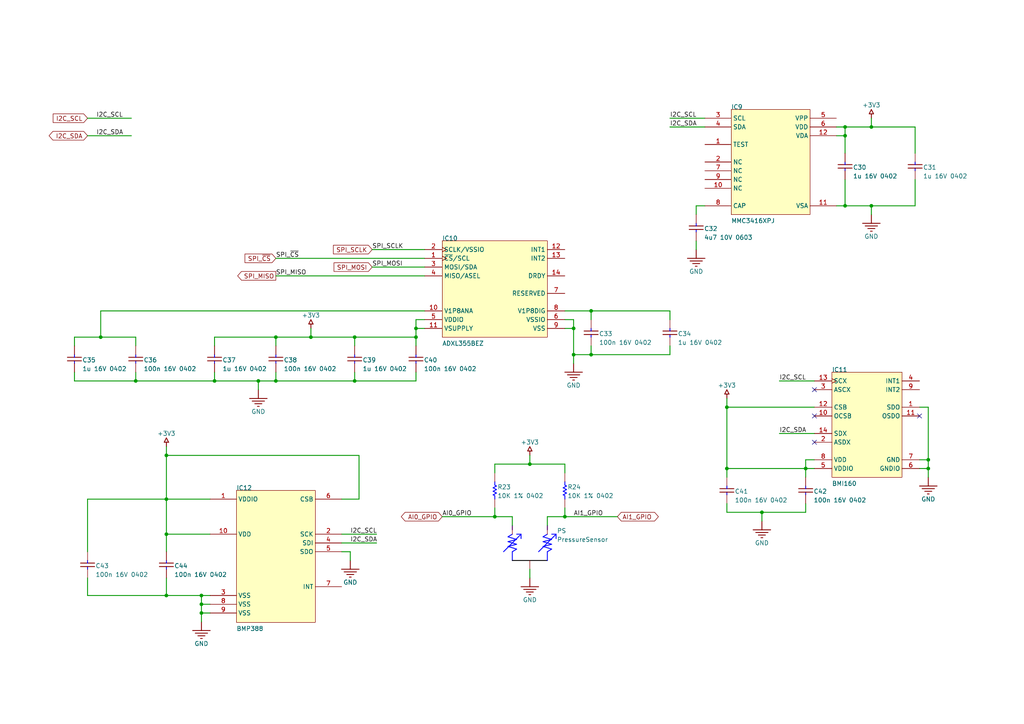
<source format=kicad_sch>
(kicad_sch (version 20230121) (generator eeschema)

  (uuid 728048fc-d86b-49f7-8c51-00b66a4c5f7b)

  (paper "A4")

  (lib_symbols
    (symbol "OpenAXES-altium-import:+3V3" (power) (in_bom yes) (on_board yes)
      (property "Reference" "#PWR" (at 0 0 0)
        (effects (font (size 1.27 1.27)))
      )
      (property "Value" "+3V3" (at 0 3.81 0)
        (effects (font (size 1.27 1.27)))
      )
      (property "Footprint" "" (at 0 0 0)
        (effects (font (size 1.27 1.27)) hide)
      )
      (property "Datasheet" "" (at 0 0 0)
        (effects (font (size 1.27 1.27)) hide)
      )
      (property "ki_keywords" "power-flag" (at 0 0 0)
        (effects (font (size 1.27 1.27)) hide)
      )
      (property "ki_description" "Power symbol creates a global label with name '+3V3'" (at 0 0 0)
        (effects (font (size 1.27 1.27)) hide)
      )
      (symbol "+3V3_0_0"
        (polyline
          (pts
            (xy 0 0)
            (xy 0 -1.27)
          )
          (stroke (width 0.254) (type solid))
          (fill (type none))
        )
        (polyline
          (pts
            (xy -0.635 -1.27)
            (xy 0.635 -1.27)
            (xy 0 -2.54)
            (xy -0.635 -1.27)
          )
          (stroke (width 0.254) (type solid))
          (fill (type none))
        )
        (pin power_in line (at 0 0 0) (length 0) hide
          (name "+3V3" (effects (font (size 1.27 1.27))))
          (number "" (effects (font (size 1.27 1.27))))
        )
      )
    )
    (symbol "OpenAXES-altium-import:GND" (power) (in_bom yes) (on_board yes)
      (property "Reference" "#PWR" (at 0 0 0)
        (effects (font (size 1.27 1.27)))
      )
      (property "Value" "GND" (at 0 6.35 0)
        (effects (font (size 1.27 1.27)))
      )
      (property "Footprint" "" (at 0 0 0)
        (effects (font (size 1.27 1.27)) hide)
      )
      (property "Datasheet" "" (at 0 0 0)
        (effects (font (size 1.27 1.27)) hide)
      )
      (property "ki_keywords" "power-flag" (at 0 0 0)
        (effects (font (size 1.27 1.27)) hide)
      )
      (property "ki_description" "Power symbol creates a global label with name 'GND'" (at 0 0 0)
        (effects (font (size 1.27 1.27)) hide)
      )
      (symbol "GND_0_0"
        (polyline
          (pts
            (xy -2.54 -2.54)
            (xy 2.54 -2.54)
          )
          (stroke (width 0.254) (type solid))
          (fill (type none))
        )
        (polyline
          (pts
            (xy -1.778 -3.302)
            (xy 1.778 -3.302)
          )
          (stroke (width 0.254) (type solid))
          (fill (type none))
        )
        (polyline
          (pts
            (xy -1.016 -4.064)
            (xy 1.016 -4.064)
          )
          (stroke (width 0.254) (type solid))
          (fill (type none))
        )
        (polyline
          (pts
            (xy -0.254 -4.826)
            (xy 0.254 -4.826)
          )
          (stroke (width 0.254) (type solid))
          (fill (type none))
        )
        (polyline
          (pts
            (xy 0 0)
            (xy 0 -2.54)
          )
          (stroke (width 0.254) (type solid))
          (fill (type none))
        )
        (pin power_in line (at 0 0 0) (length 0) hide
          (name "GND" (effects (font (size 1.27 1.27))))
          (number "" (effects (font (size 1.27 1.27))))
        )
      )
    )
    (symbol "OpenAXES-altium-import:root_0_ADI-ADXL355-LCC-14" (in_bom yes) (on_board yes)
      (property "Reference" "" (at 0 0 0)
        (effects (font (size 1.27 1.27)))
      )
      (property "Value" "" (at 0 0 0)
        (effects (font (size 1.27 1.27)))
      )
      (property "Footprint" "" (at 0 0 0)
        (effects (font (size 1.27 1.27)) hide)
      )
      (property "Datasheet" "" (at 0 0 0)
        (effects (font (size 1.27 1.27)) hide)
      )
      (property "ki_description" "Low Noise, Low Drift, Low Power, 3-Axis MEMS Accelerometer, 2.25 to 3.6 V, -40 to 125 degC, 14-Pin LCC (E-14-1), RoHS, Tray" (at 0 0 0)
        (effects (font (size 1.27 1.27)) hide)
      )
      (property "ki_fp_filters" "ADI-ADXL355-LCC-14_V" (at 0 0 0)
        (effects (font (size 1.27 1.27)) hide)
      )
      (symbol "root_0_ADI-ADXL355-LCC-14_1_0"
        (rectangle (start 30.48 0) (end 0 -27.94)
          (stroke (width 0) (type solid))
          (fill (type background))
        )
        (pin input clock (at -5.08 -5.08 0) (length 5.08)
          (name "~{CS}/SCL" (effects (font (size 1.27 1.27))))
          (number "1" (effects (font (size 1.27 1.27))))
        )
        (pin power_in line (at -5.08 -20.32 0) (length 5.08)
          (name "V1P8ANA" (effects (font (size 1.27 1.27))))
          (number "10" (effects (font (size 1.27 1.27))))
        )
        (pin power_in line (at -5.08 -25.4 0) (length 5.08)
          (name "VSUPPLY" (effects (font (size 1.27 1.27))))
          (number "11" (effects (font (size 1.27 1.27))))
        )
        (pin output line (at 35.56 -2.54 180) (length 5.08)
          (name "INT1" (effects (font (size 1.27 1.27))))
          (number "12" (effects (font (size 1.27 1.27))))
        )
        (pin output line (at 35.56 -5.08 180) (length 5.08)
          (name "INT2" (effects (font (size 1.27 1.27))))
          (number "13" (effects (font (size 1.27 1.27))))
        )
        (pin output line (at 35.56 -10.16 180) (length 5.08)
          (name "DRDY" (effects (font (size 1.27 1.27))))
          (number "14" (effects (font (size 1.27 1.27))))
        )
        (pin input clock (at -5.08 -2.54 0) (length 5.08)
          (name "SCLK/VSSIO" (effects (font (size 1.27 1.27))))
          (number "2" (effects (font (size 1.27 1.27))))
        )
        (pin bidirectional line (at -5.08 -7.62 0) (length 5.08)
          (name "MOSI/SDA" (effects (font (size 1.27 1.27))))
          (number "3" (effects (font (size 1.27 1.27))))
        )
        (pin bidirectional line (at -5.08 -10.16 0) (length 5.08)
          (name "MISO/ASEL" (effects (font (size 1.27 1.27))))
          (number "4" (effects (font (size 1.27 1.27))))
        )
        (pin power_in line (at -5.08 -22.86 0) (length 5.08)
          (name "VDDIO" (effects (font (size 1.27 1.27))))
          (number "5" (effects (font (size 1.27 1.27))))
        )
        (pin power_in line (at 35.56 -22.86 180) (length 5.08)
          (name "VSSIO" (effects (font (size 1.27 1.27))))
          (number "6" (effects (font (size 1.27 1.27))))
        )
        (pin passive line (at 35.56 -15.24 180) (length 5.08)
          (name "RESERVED" (effects (font (size 1.27 1.27))))
          (number "7" (effects (font (size 1.27 1.27))))
        )
        (pin power_in line (at 35.56 -20.32 180) (length 5.08)
          (name "V1P8DIG" (effects (font (size 1.27 1.27))))
          (number "8" (effects (font (size 1.27 1.27))))
        )
        (pin power_in line (at 35.56 -25.4 180) (length 5.08)
          (name "VSS" (effects (font (size 1.27 1.27))))
          (number "9" (effects (font (size 1.27 1.27))))
        )
      )
    )
    (symbol "OpenAXES-altium-import:root_0_BMP388" (in_bom yes) (on_board yes)
      (property "Reference" "" (at 0 0 0)
        (effects (font (size 1.27 1.27)))
      )
      (property "Value" "" (at 0 0 0)
        (effects (font (size 1.27 1.27)))
      )
      (property "Footprint" "" (at 0 0 0)
        (effects (font (size 1.27 1.27)) hide)
      )
      (property "Datasheet" "" (at 0 0 0)
        (effects (font (size 1.27 1.27)) hide)
      )
      (property "ki_fp_filters" "BMP388" (at 0 0 0)
        (effects (font (size 1.27 1.27)) hide)
      )
      (symbol "root_0_BMP388_1_0"
        (rectangle (start 30.48 22.86) (end 7.62 -15.418)
          (stroke (width 0) (type solid))
          (fill (type background))
        )
        (pin power_in line (at 0 20.32 0) (length 7.62)
          (name "VDDIO" (effects (font (size 1.27 1.27))))
          (number "1" (effects (font (size 1.27 1.27))))
        )
        (pin power_in line (at 0 10.16 0) (length 7.62)
          (name "VDD" (effects (font (size 1.27 1.27))))
          (number "10" (effects (font (size 1.27 1.27))))
        )
        (pin input line (at 38.1 10.16 180) (length 7.62)
          (name "SCK" (effects (font (size 1.27 1.27))))
          (number "2" (effects (font (size 1.27 1.27))))
        )
        (pin power_in line (at 0 -7.62 0) (length 7.62)
          (name "VSS" (effects (font (size 1.27 1.27))))
          (number "3" (effects (font (size 1.27 1.27))))
        )
        (pin bidirectional line (at 38.1 7.62 180) (length 7.62)
          (name "SDI" (effects (font (size 1.27 1.27))))
          (number "4" (effects (font (size 1.27 1.27))))
        )
        (pin bidirectional line (at 38.1 5.08 180) (length 7.62)
          (name "SDO" (effects (font (size 1.27 1.27))))
          (number "5" (effects (font (size 1.27 1.27))))
        )
        (pin input line (at 38.1 20.32 180) (length 7.62)
          (name "CSB" (effects (font (size 1.27 1.27))))
          (number "6" (effects (font (size 1.27 1.27))))
        )
        (pin output line (at 38.1 -5.08 180) (length 7.62)
          (name "INT" (effects (font (size 1.27 1.27))))
          (number "7" (effects (font (size 1.27 1.27))))
        )
        (pin power_in line (at 0 -10.16 0) (length 7.62)
          (name "VSS" (effects (font (size 1.27 1.27))))
          (number "8" (effects (font (size 1.27 1.27))))
        )
        (pin power_in line (at 0 -12.7 0) (length 7.62)
          (name "VSS" (effects (font (size 1.27 1.27))))
          (number "9" (effects (font (size 1.27 1.27))))
        )
      )
    )
    (symbol "OpenAXES-altium-import:root_0_BOSC-BMI160-LGA-14" (in_bom yes) (on_board yes)
      (property "Reference" "" (at 0 0 0)
        (effects (font (size 1.27 1.27)))
      )
      (property "Value" "" (at 0 0 0)
        (effects (font (size 1.27 1.27)))
      )
      (property "Footprint" "" (at 0 0 0)
        (effects (font (size 1.27 1.27)) hide)
      )
      (property "Datasheet" "" (at 0 0 0)
        (effects (font (size 1.27 1.27)) hide)
      )
      (property "ki_description" "Small, low Power Inertial Measurement Unit, 1.2 to 3.6 V, -40 to 85 degC, 14-Pin LGA, Halogen-Free, Tape and Reel" (at 0 0 0)
        (effects (font (size 1.27 1.27)) hide)
      )
      (property "ki_fp_filters" "BOSC-BMI160_V" (at 0 0 0)
        (effects (font (size 1.27 1.27)) hide)
      )
      (symbol "root_0_BOSC-BMI160-LGA-14_1_0"
        (rectangle (start 20.32 0) (end 0 -30.48)
          (stroke (width 0) (type solid))
          (fill (type background))
        )
        (pin bidirectional line (at 25.4 -10.16 180) (length 5.08)
          (name "SDO" (effects (font (size 1.27 1.27))))
          (number "1" (effects (font (size 1.27 1.27))))
        )
        (pin bidirectional line (at -5.08 -12.7 0) (length 5.08)
          (name "OCSB" (effects (font (size 1.27 1.27))))
          (number "10" (effects (font (size 1.27 1.27))))
        )
        (pin bidirectional line (at 25.4 -12.7 180) (length 5.08)
          (name "OSDO" (effects (font (size 1.27 1.27))))
          (number "11" (effects (font (size 1.27 1.27))))
        )
        (pin input line (at -5.08 -10.16 0) (length 5.08)
          (name "CSB" (effects (font (size 1.27 1.27))))
          (number "12" (effects (font (size 1.27 1.27))))
        )
        (pin input clock (at -5.08 -2.54 0) (length 5.08)
          (name "SCX" (effects (font (size 1.27 1.27))))
          (number "13" (effects (font (size 1.27 1.27))))
        )
        (pin bidirectional line (at -5.08 -17.78 0) (length 5.08)
          (name "SDX" (effects (font (size 1.27 1.27))))
          (number "14" (effects (font (size 1.27 1.27))))
        )
        (pin bidirectional line (at -5.08 -20.32 0) (length 5.08)
          (name "ASDX" (effects (font (size 1.27 1.27))))
          (number "2" (effects (font (size 1.27 1.27))))
        )
        (pin bidirectional line (at -5.08 -5.08 0) (length 5.08)
          (name "ASCX" (effects (font (size 1.27 1.27))))
          (number "3" (effects (font (size 1.27 1.27))))
        )
        (pin bidirectional line (at 25.4 -2.54 180) (length 5.08)
          (name "INT1" (effects (font (size 1.27 1.27))))
          (number "4" (effects (font (size 1.27 1.27))))
        )
        (pin power_in line (at -5.08 -27.94 0) (length 5.08)
          (name "VDDIO" (effects (font (size 1.27 1.27))))
          (number "5" (effects (font (size 1.27 1.27))))
        )
        (pin power_in line (at 25.4 -27.94 180) (length 5.08)
          (name "GNDIO" (effects (font (size 1.27 1.27))))
          (number "6" (effects (font (size 1.27 1.27))))
        )
        (pin power_in line (at 25.4 -25.4 180) (length 5.08)
          (name "GND" (effects (font (size 1.27 1.27))))
          (number "7" (effects (font (size 1.27 1.27))))
        )
        (pin power_in line (at -5.08 -25.4 0) (length 5.08)
          (name "VDD" (effects (font (size 1.27 1.27))))
          (number "8" (effects (font (size 1.27 1.27))))
        )
        (pin bidirectional line (at 25.4 -5.08 180) (length 5.08)
          (name "INT2" (effects (font (size 1.27 1.27))))
          (number "9" (effects (font (size 1.27 1.27))))
        )
      )
    )
    (symbol "OpenAXES-altium-import:root_0_MMC3416XPJ" (in_bom yes) (on_board yes)
      (property "Reference" "" (at 0 0 0)
        (effects (font (size 1.27 1.27)))
      )
      (property "Value" "" (at 0 0 0)
        (effects (font (size 1.27 1.27)))
      )
      (property "Footprint" "" (at 0 0 0)
        (effects (font (size 1.27 1.27)) hide)
      )
      (property "Datasheet" "" (at 0 0 0)
        (effects (font (size 1.27 1.27)) hide)
      )
      (property "ki_fp_filters" "BGA12C40P4X4_160X160X72" (at 0 0 0)
        (effects (font (size 1.27 1.27)) hide)
      )
      (symbol "root_0_MMC3416XPJ_1_0"
        (rectangle (start 30.48 10.16) (end 7.62 -20.32)
          (stroke (width 0) (type solid))
          (fill (type background))
        )
        (pin passive line (at 0 0 0) (length 7.62)
          (name "TEST" (effects (font (size 1.27 1.27))))
          (number "1" (effects (font (size 1.27 1.27))))
        )
        (pin passive line (at 0 -12.7 0) (length 7.62)
          (name "NC" (effects (font (size 1.27 1.27))))
          (number "10" (effects (font (size 1.27 1.27))))
        )
        (pin power_in line (at 38.1 -17.78 180) (length 7.62)
          (name "VSA" (effects (font (size 1.27 1.27))))
          (number "11" (effects (font (size 1.27 1.27))))
        )
        (pin power_in line (at 38.1 2.54 180) (length 7.62)
          (name "VDA" (effects (font (size 1.27 1.27))))
          (number "12" (effects (font (size 1.27 1.27))))
        )
        (pin passive line (at 0 -5.08 0) (length 7.62)
          (name "NC" (effects (font (size 1.27 1.27))))
          (number "2" (effects (font (size 1.27 1.27))))
        )
        (pin input line (at 0 7.62 0) (length 7.62)
          (name "SCL" (effects (font (size 1.27 1.27))))
          (number "3" (effects (font (size 1.27 1.27))))
        )
        (pin bidirectional line (at 0 5.08 0) (length 7.62)
          (name "SDA" (effects (font (size 1.27 1.27))))
          (number "4" (effects (font (size 1.27 1.27))))
        )
        (pin passive line (at 38.1 7.62 180) (length 7.62)
          (name "VPP" (effects (font (size 1.27 1.27))))
          (number "5" (effects (font (size 1.27 1.27))))
        )
        (pin power_in line (at 38.1 5.08 180) (length 7.62)
          (name "VDD" (effects (font (size 1.27 1.27))))
          (number "6" (effects (font (size 1.27 1.27))))
        )
        (pin passive line (at 0 -7.62 0) (length 7.62)
          (name "NC" (effects (font (size 1.27 1.27))))
          (number "7" (effects (font (size 1.27 1.27))))
        )
        (pin input line (at 0 -17.78 0) (length 7.62)
          (name "CAP" (effects (font (size 1.27 1.27))))
          (number "8" (effects (font (size 1.27 1.27))))
        )
        (pin passive line (at 0 -10.16 0) (length 7.62)
          (name "NC" (effects (font (size 1.27 1.27))))
          (number "9" (effects (font (size 1.27 1.27))))
        )
      )
    )
    (symbol "OpenAXES-altium-import:root_1_CAP" (in_bom yes) (on_board yes)
      (property "Reference" "" (at 0 0 0)
        (effects (font (size 1.27 1.27)))
      )
      (property "Value" "" (at 0 0 0)
        (effects (font (size 1.27 1.27)))
      )
      (property "Footprint" "" (at 0 0 0)
        (effects (font (size 1.27 1.27)) hide)
      )
      (property "Datasheet" "" (at 0 0 0)
        (effects (font (size 1.27 1.27)) hide)
      )
      (property "ki_description" "CAP 4.7uF 10V ±20% 0603 (1608 Metric) Thickness 1mm SMD" (at 0 0 0)
        (effects (font (size 1.27 1.27)) hide)
      )
      (property "ki_fp_filters" "CAPC0603(1608)100_L" (at 0 0 0)
        (effects (font (size 1.27 1.27)) hide)
      )
      (symbol "root_1_CAP_1_0"
        (polyline
          (pts
            (xy 0.508 1.778)
            (xy 4.572 1.778)
          )
          (stroke (width 0.254) (type solid))
          (fill (type none))
        )
        (polyline
          (pts
            (xy 2.54 0)
            (xy 2.54 0.762)
          )
          (stroke (width 0.254) (type solid) (color 0 0 255 1))
          (fill (type none))
        )
        (polyline
          (pts
            (xy 2.54 2.54)
            (xy 2.54 1.778)
          )
          (stroke (width 0.254) (type solid) (color 0 0 255 1))
          (fill (type none))
        )
        (polyline
          (pts
            (xy 4.572 0.762)
            (xy 0.508 0.762)
          )
          (stroke (width 0.254) (type solid))
          (fill (type none))
        )
        (pin passive line (at 2.54 -2.54 90) (length 2.54)
          (name "1" (effects (font (size 0 0))))
          (number "1" (effects (font (size 0 0))))
        )
        (pin passive line (at 2.54 5.08 270) (length 2.54)
          (name "2" (effects (font (size 0 0))))
          (number "2" (effects (font (size 0 0))))
        )
      )
    )
    (symbol "OpenAXES-altium-import:root_1_RES" (in_bom yes) (on_board yes)
      (property "Reference" "" (at 0 0 0)
        (effects (font (size 1.27 1.27)))
      )
      (property "Value" "" (at 0 0 0)
        (effects (font (size 1.27 1.27)))
      )
      (property "Footprint" "" (at 0 0 0)
        (effects (font (size 1.27 1.27)) hide)
      )
      (property "Datasheet" "" (at 0 0 0)
        (effects (font (size 1.27 1.27)) hide)
      )
      (property "ki_description" "10K 0.063W 1% 0402 (1005 Metric)  SMD" (at 0 0 0)
        (effects (font (size 1.27 1.27)) hide)
      )
      (property "ki_fp_filters" "RESC0402(1005)_L" (at 0 0 0)
        (effects (font (size 1.27 1.27)) hide)
      )
      (symbol "root_1_RES_1_0"
        (polyline
          (pts
            (xy 2.54 5.08)
            (xy 2.54 4.064)
            (xy 3.048 3.81)
            (xy 2.032 3.302)
            (xy 3.048 2.794)
            (xy 2.032 2.286)
            (xy 3.048 1.778)
            (xy 2.032 1.27)
            (xy 2.54 1.016)
            (xy 2.54 0)
          )
          (stroke (width 0.254) (type solid) (color 0 0 255 1))
          (fill (type none))
        )
        (pin passive line (at 2.54 -2.54 90) (length 2.54)
          (name "1" (effects (font (size 0 0))))
          (number "1" (effects (font (size 0 0))))
        )
        (pin passive line (at 2.54 7.62 270) (length 2.54)
          (name "2" (effects (font (size 0 0))))
          (number "2" (effects (font (size 0 0))))
        )
      )
    )
    (symbol "OpenAXES-altium-import:root_1_mirrored_PressureSensor" (in_bom yes) (on_board yes)
      (property "Reference" "" (at 0 0 0)
        (effects (font (size 1.27 1.27)))
      )
      (property "Value" "" (at 0 0 0)
        (effects (font (size 1.27 1.27)))
      )
      (property "Footprint" "" (at 0 0 0)
        (effects (font (size 1.27 1.27)) hide)
      )
      (property "Datasheet" "" (at 0 0 0)
        (effects (font (size 1.27 1.27)) hide)
      )
      (property "ki_fp_filters" "PressureSensor" (at 0 0 0)
        (effects (font (size 1.27 1.27)) hide)
      )
      (symbol "root_1_mirrored_PressureSensor_1_0"
        (polyline
          (pts
            (xy -10.16 -5.08)
            (xy -10.16 -2.54)
          )
          (stroke (width 0.254) (type solid) (color 0 0 255 1))
          (fill (type none))
        )
        (polyline
          (pts
            (xy -10.16 -5.08)
            (xy 0 -5.08)
          )
          (stroke (width 0.254) (type solid) (color 0 0 0 1))
          (fill (type none))
        )
        (polyline
          (pts
            (xy -10.16 3.81)
            (xy -10.16 5.08)
          )
          (stroke (width 0.254) (type solid) (color 0 0 255 1))
          (fill (type none))
        )
        (polyline
          (pts
            (xy -7.62 2.54)
            (xy -8.89 2.54)
          )
          (stroke (width 0.254) (type solid) (color 0 0 255 1))
          (fill (type none))
        )
        (polyline
          (pts
            (xy 0 -5.08)
            (xy 0 -2.54)
          )
          (stroke (width 0.254) (type solid) (color 0 0 255 1))
          (fill (type none))
        )
        (polyline
          (pts
            (xy 0 3.81)
            (xy 0 5.08)
          )
          (stroke (width 0.254) (type solid) (color 0 0 255 1))
          (fill (type none))
        )
        (polyline
          (pts
            (xy 2.54 2.54)
            (xy 1.27 2.54)
          )
          (stroke (width 0.254) (type solid) (color 0 0 255 1))
          (fill (type none))
        )
        (polyline
          (pts
            (xy -12.7 -2.54)
            (xy -7.62 2.54)
            (xy -7.62 1.27)
          )
          (stroke (width 0.254) (type solid) (color 0 0 255 1))
          (fill (type none))
        )
        (polyline
          (pts
            (xy -2.54 -2.54)
            (xy 2.54 2.54)
            (xy 2.54 1.27)
          )
          (stroke (width 0.254) (type solid) (color 0 0 255 1))
          (fill (type none))
        )
        (polyline
          (pts
            (xy -10.16 -2.54)
            (xy -8.89 -1.778)
            (xy -11.43 -1.016)
            (xy -8.89 -0.381)
            (xy -11.43 0.381)
            (xy -8.89 1.016)
            (xy -11.43 1.778)
            (xy -10.16 2.54)
          )
          (stroke (width 0.254) (type solid) (color 0 0 255 1))
          (fill (type none))
        )
        (polyline
          (pts
            (xy 0 -2.54)
            (xy 1.27 -1.778)
            (xy -1.27 -1.016)
            (xy 1.27 -0.381)
            (xy -1.27 0.381)
            (xy 1.27 1.016)
            (xy -1.27 1.778)
            (xy 0 2.54)
          )
          (stroke (width 0.254) (type solid) (color 0 0 255 1))
          (fill (type none))
        )
        (pin passive line (at -5.08 -7.62 90) (length 2.54)
          (name "24" (effects (font (size 0 0))))
          (number "1" (effects (font (size 0 0))))
        )
        (pin passive line (at 0 5.08 270) (length 2.54)
          (name "2" (effects (font (size 0 0))))
          (number "2" (effects (font (size 0 0))))
        )
        (pin passive line (at -10.16 5.08 270) (length 2.54)
          (name "3" (effects (font (size 0 0))))
          (number "3" (effects (font (size 0 0))))
        )
      )
    )
    (symbol "OpenAXES-altium-import:root_3_CAP" (in_bom yes) (on_board yes)
      (property "Reference" "" (at 0 0 0)
        (effects (font (size 1.27 1.27)))
      )
      (property "Value" "" (at 0 0 0)
        (effects (font (size 1.27 1.27)))
      )
      (property "Footprint" "" (at 0 0 0)
        (effects (font (size 1.27 1.27)) hide)
      )
      (property "Datasheet" "" (at 0 0 0)
        (effects (font (size 1.27 1.27)) hide)
      )
      (property "ki_description" "CAP 1uF 16V ±10% 0402 (1005 Metric) Thickness 0.6mm SMD" (at 0 0 0)
        (effects (font (size 1.27 1.27)) hide)
      )
      (property "ki_fp_filters" "CAPC0402(1005)60_L" (at 0 0 0)
        (effects (font (size 1.27 1.27)) hide)
      )
      (symbol "root_3_CAP_1_0"
        (polyline
          (pts
            (xy -4.572 -0.762)
            (xy -0.508 -0.762)
          )
          (stroke (width 0.254) (type solid))
          (fill (type none))
        )
        (polyline
          (pts
            (xy -2.54 -2.54)
            (xy -2.54 -1.778)
          )
          (stroke (width 0.254) (type solid) (color 0 0 255 1))
          (fill (type none))
        )
        (polyline
          (pts
            (xy -2.54 0)
            (xy -2.54 -0.762)
          )
          (stroke (width 0.254) (type solid) (color 0 0 255 1))
          (fill (type none))
        )
        (polyline
          (pts
            (xy -0.508 -1.778)
            (xy -4.572 -1.778)
          )
          (stroke (width 0.254) (type solid))
          (fill (type none))
        )
        (pin passive line (at -2.54 2.54 270) (length 2.54)
          (name "1" (effects (font (size 0 0))))
          (number "1" (effects (font (size 0 0))))
        )
        (pin passive line (at -2.54 -5.08 90) (length 2.54)
          (name "2" (effects (font (size 0 0))))
          (number "2" (effects (font (size 0 0))))
        )
      )
    )
  )

  (junction (at 163.83 149.86) (diameter 0) (color 0 0 0 0)
    (uuid 0b9cf34d-daf6-4e5e-b29a-2c5f56f9445a)
  )
  (junction (at 120.65 95.25) (diameter 0) (color 0 0 0 0)
    (uuid 10ea82f0-3217-4065-88d5-dc16ee7e6af7)
  )
  (junction (at 39.37 110.49) (diameter 0) (color 0 0 0 0)
    (uuid 130cf762-218a-4daa-b273-0288174d490a)
  )
  (junction (at 58.42 177.8) (diameter 0) (color 0 0 0 0)
    (uuid 1540f4bd-755f-469e-b659-194050c6926c)
  )
  (junction (at 153.67 134.62) (diameter 0) (color 0 0 0 0)
    (uuid 196009e4-44d1-45a1-9c4a-9d81c203d4fe)
  )
  (junction (at 210.82 118.11) (diameter 0) (color 0 0 0 0)
    (uuid 1b2dca3a-ac2e-4f2c-b16c-b43ca382bd61)
  )
  (junction (at 29.21 97.79) (diameter 0) (color 0 0 0 0)
    (uuid 1d5716a1-669a-4ef6-8d6f-a3b4269e776c)
  )
  (junction (at 210.82 135.89) (diameter 0) (color 0 0 0 0)
    (uuid 241cd1cd-42d1-429e-a743-3103cdfdbe53)
  )
  (junction (at 48.26 132.08) (diameter 0) (color 0 0 0 0)
    (uuid 26605279-823c-43b7-8c1c-b8c52bfa880a)
  )
  (junction (at 74.93 110.49) (diameter 0) (color 0 0 0 0)
    (uuid 2964a2eb-9d1a-4a33-94a0-1d011b412e96)
  )
  (junction (at 48.26 172.72) (diameter 0) (color 0 0 0 0)
    (uuid 2e241619-8057-4738-b0d4-c980d5a80030)
  )
  (junction (at 171.45 90.17) (diameter 0) (color 0 0 0 0)
    (uuid 302a567d-4439-4347-b6a9-fcb92d76f7dc)
  )
  (junction (at 58.42 172.72) (diameter 0) (color 0 0 0 0)
    (uuid 30e0d8e0-4d95-4c3a-9b4e-6cb5e366ccf8)
  )
  (junction (at 166.37 95.25) (diameter 0) (color 0 0 0 0)
    (uuid 5732dd91-daf8-45cf-9196-a68d415a04d2)
  )
  (junction (at 245.11 36.83) (diameter 0) (color 0 0 0 0)
    (uuid 592d0db0-7f00-431c-b9d5-976df740bfa3)
  )
  (junction (at 143.51 149.86) (diameter 0) (color 0 0 0 0)
    (uuid 5e2adb63-1178-4c69-872a-4701d6414f7f)
  )
  (junction (at 80.01 97.79) (diameter 0) (color 0 0 0 0)
    (uuid 6897dc9f-38e0-4243-ac8d-fc0bbab40287)
  )
  (junction (at 233.68 135.89) (diameter 0) (color 0 0 0 0)
    (uuid 6bb9eec1-9cd5-4f69-956d-a6493589a00d)
  )
  (junction (at 90.17 97.79) (diameter 0) (color 0 0 0 0)
    (uuid 7d7dfc7e-85a4-4c12-89ba-45da1c36257a)
  )
  (junction (at 58.42 175.26) (diameter 0) (color 0 0 0 0)
    (uuid 81ecceb6-ba64-4c7f-818e-7e49a02612ab)
  )
  (junction (at 269.24 133.35) (diameter 0) (color 0 0 0 0)
    (uuid 825b9fbe-de3d-498d-9a4b-aa525f9ede5f)
  )
  (junction (at 62.23 110.49) (diameter 0) (color 0 0 0 0)
    (uuid 844adf07-41cd-45c5-b183-190e64bae10c)
  )
  (junction (at 166.37 102.87) (diameter 0) (color 0 0 0 0)
    (uuid 9347f306-be44-46f0-8456-ca438b3364c4)
  )
  (junction (at 80.01 110.49) (diameter 0) (color 0 0 0 0)
    (uuid 99953902-2ab6-48a2-bc46-d9d736068ff4)
  )
  (junction (at 171.45 102.87) (diameter 0) (color 0 0 0 0)
    (uuid a29a7013-65b6-482d-b853-433a4222a6d2)
  )
  (junction (at 252.73 59.69) (diameter 0) (color 0 0 0 0)
    (uuid a6385cec-9d54-40c8-a750-190f595fd74c)
  )
  (junction (at 120.65 97.79) (diameter 0) (color 0 0 0 0)
    (uuid af0a15f6-1fd3-4d68-92df-2983d6096a3e)
  )
  (junction (at 102.87 110.49) (diameter 0) (color 0 0 0 0)
    (uuid b1295125-d366-44a6-a52e-3f5922fae29f)
  )
  (junction (at 102.87 97.79) (diameter 0) (color 0 0 0 0)
    (uuid ba901202-696d-47ad-9266-61b4f1a0bab6)
  )
  (junction (at 269.24 135.89) (diameter 0) (color 0 0 0 0)
    (uuid c2c9cc45-6963-48de-8f43-fad4abd922bd)
  )
  (junction (at 245.11 59.69) (diameter 0) (color 0 0 0 0)
    (uuid c96dbda5-3e40-49d0-a2d3-e19801cdcc57)
  )
  (junction (at 252.73 36.83) (diameter 0) (color 0 0 0 0)
    (uuid dc789d47-c3b9-410b-a839-648ebb7eb183)
  )
  (junction (at 245.11 39.37) (diameter 0) (color 0 0 0 0)
    (uuid e164aa5c-d054-4568-8a9f-495be62419ac)
  )
  (junction (at 48.26 154.94) (diameter 0) (color 0 0 0 0)
    (uuid e2e18c3d-fec4-4fe4-a167-079d33b9ebc1)
  )
  (junction (at 220.98 148.59) (diameter 0) (color 0 0 0 0)
    (uuid e89674e9-018c-4da5-8052-5f8edc208670)
  )
  (junction (at 48.26 144.78) (diameter 0) (color 0 0 0 0)
    (uuid ea29f25b-be35-4fc3-a5ea-c18598e05b88)
  )

  (no_connect (at 266.7 120.65) (uuid 4ffe5c4b-2826-4d96-9a5c-23c74049a411))
  (no_connect (at 236.22 113.03) (uuid 8dc4d54b-2b11-4173-bc15-322169ad724d))
  (no_connect (at 236.22 128.27) (uuid dfee84c8-de43-4ca1-ad6d-49629640d857))
  (no_connect (at 236.22 120.65) (uuid e36decc2-ab47-4983-b0d3-e4e4d050dff1))

  (wire (pts (xy 80.01 97.79) (xy 80.01 100.33))
    (stroke (width 0.254) (type default))
    (uuid 00035056-3bcb-4491-8ce5-6eca647bb577)
  )
  (wire (pts (xy 204.47 34.29) (xy 194.31 34.29))
    (stroke (width 0.254) (type default))
    (uuid 0052d442-3be9-4dc0-bde6-1ad7e9fae166)
  )
  (wire (pts (xy 153.67 134.62) (xy 143.51 134.62))
    (stroke (width 0.254) (type default))
    (uuid 00a56a97-260f-41d9-b4d7-da2d1ae75749)
  )
  (wire (pts (xy 128.27 149.86) (xy 143.51 149.86))
    (stroke (width 0.254) (type default))
    (uuid 01942883-db67-436e-b9fc-92fd131b1991)
  )
  (wire (pts (xy 204.47 36.83) (xy 194.31 36.83))
    (stroke (width 0.254) (type default))
    (uuid 019d39ff-97c4-4c64-ab7e-6bd19b34e739)
  )
  (wire (pts (xy 166.37 92.71) (xy 166.37 95.25))
    (stroke (width 0.254) (type default))
    (uuid 027b0c69-b87d-45ca-84ca-a98b954bff89)
  )
  (wire (pts (xy 102.87 110.49) (xy 80.01 110.49))
    (stroke (width 0.254) (type default))
    (uuid 0abb8d4f-f7d1-4bd8-bc66-dd77cd40c91e)
  )
  (wire (pts (xy 236.22 118.11) (xy 210.82 118.11))
    (stroke (width 0.254) (type default))
    (uuid 0b0095e6-5700-44d2-abd8-dfd182447722)
  )
  (wire (pts (xy 74.93 113.03) (xy 74.93 110.49))
    (stroke (width 0.254) (type default))
    (uuid 0b5d61cf-cc25-47cc-a44f-b0e8bfb8019f)
  )
  (wire (pts (xy 25.4 144.78) (xy 48.26 144.78))
    (stroke (width 0.254) (type default))
    (uuid 0c0b2327-5684-4430-ad7e-b7241dbcccd2)
  )
  (wire (pts (xy 29.21 90.17) (xy 123.19 90.17))
    (stroke (width 0.254) (type default))
    (uuid 0ceaaacd-bfca-43d0-818b-d068393b8473)
  )
  (wire (pts (xy 102.87 107.95) (xy 102.87 110.49))
    (stroke (width 0.254) (type default))
    (uuid 0e8208c8-d13d-4b9c-a4d0-0b3104fc6b11)
  )
  (wire (pts (xy 210.82 146.05) (xy 210.82 148.59))
    (stroke (width 0.254) (type default))
    (uuid 0f23434a-66d3-49fc-8a43-6afe0a533729)
  )
  (wire (pts (xy 102.87 110.49) (xy 120.65 110.49))
    (stroke (width 0.254) (type default))
    (uuid 112a6eec-0b01-4e9c-8eaf-94d7e1271075)
  )
  (wire (pts (xy 143.51 149.86) (xy 148.59 149.86))
    (stroke (width 0.254) (type default))
    (uuid 11c16d29-8425-4d5a-85aa-397aabb67022)
  )
  (wire (pts (xy 265.43 44.45) (xy 265.43 36.83))
    (stroke (width 0.254) (type default))
    (uuid 12595944-5c45-40d9-a562-209f8d6714d1)
  )
  (wire (pts (xy 266.7 133.35) (xy 269.24 133.35))
    (stroke (width 0.254) (type default))
    (uuid 14328a93-c1ab-4dc6-87fe-47ad74712c7b)
  )
  (wire (pts (xy 104.14 132.08) (xy 104.14 144.78))
    (stroke (width 0.254) (type default))
    (uuid 143dd4d6-4b3f-459d-a913-1fa0d3b1440e)
  )
  (wire (pts (xy 269.24 135.89) (xy 269.24 138.43))
    (stroke (width 0.254) (type default))
    (uuid 1462a961-3bae-4f1b-bae3-8558037d5bfd)
  )
  (wire (pts (xy 62.23 100.33) (xy 62.23 97.79))
    (stroke (width 0.254) (type default))
    (uuid 18348806-b6f1-43ff-928c-2c73fd01a1d6)
  )
  (wire (pts (xy 171.45 90.17) (xy 194.31 90.17))
    (stroke (width 0.254) (type default))
    (uuid 1a1f0423-a60c-449a-a3b2-baa355cdf82e)
  )
  (wire (pts (xy 21.59 97.79) (xy 29.21 97.79))
    (stroke (width 0.254) (type default))
    (uuid 1d00b84d-6788-4616-b176-154485d41430)
  )
  (wire (pts (xy 58.42 172.72) (xy 58.42 175.26))
    (stroke (width 0.254) (type default))
    (uuid 1d3d1b54-6079-4507-92f4-5fda8e914256)
  )
  (wire (pts (xy 80.01 80.01) (xy 123.19 80.01))
    (stroke (width 0.254) (type default))
    (uuid 1e5119cd-eae4-4537-b8ac-a18efe364e18)
  )
  (wire (pts (xy 269.24 118.11) (xy 269.24 133.35))
    (stroke (width 0.254) (type default))
    (uuid 281abf3d-3e52-4076-8d08-41edf8a18d05)
  )
  (wire (pts (xy 163.83 92.71) (xy 166.37 92.71))
    (stroke (width 0.254) (type default))
    (uuid 29763608-86e2-4644-a0ad-a186dae3d415)
  )
  (wire (pts (xy 48.26 132.08) (xy 48.26 129.54))
    (stroke (width 0.254) (type default))
    (uuid 2b4ce843-4e8e-456d-b994-ed2295838cef)
  )
  (wire (pts (xy 39.37 97.79) (xy 39.37 100.33))
    (stroke (width 0.254) (type default))
    (uuid 2b4fa82e-3e77-40db-8fff-ea1339d9c747)
  )
  (wire (pts (xy 269.24 135.89) (xy 266.7 135.89))
    (stroke (width 0.254) (type default))
    (uuid 2d9753d4-a397-436f-9264-cd857ad03e65)
  )
  (wire (pts (xy 120.65 92.71) (xy 120.65 95.25))
    (stroke (width 0.254) (type default))
    (uuid 2ef81df0-a5d7-4db4-bcc9-b51bd21d2a2d)
  )
  (wire (pts (xy 48.26 172.72) (xy 58.42 172.72))
    (stroke (width 0.254) (type default))
    (uuid 2f08fa72-7fea-48c2-8678-c4ec6f69d0d2)
  )
  (wire (pts (xy 60.96 177.8) (xy 58.42 177.8))
    (stroke (width 0.254) (type default))
    (uuid 2f25b1c7-8654-4232-9ef8-227a01d02bc2)
  )
  (wire (pts (xy 266.7 118.11) (xy 269.24 118.11))
    (stroke (width 0.254) (type default))
    (uuid 3109c0b5-40d2-4dfa-9bcc-f8ef2b8047e9)
  )
  (wire (pts (xy 48.26 132.08) (xy 104.14 132.08))
    (stroke (width 0.254) (type default))
    (uuid 348a41e1-69f7-4984-80b1-3157e084c178)
  )
  (wire (pts (xy 201.93 59.69) (xy 201.93 62.23))
    (stroke (width 0.254) (type default))
    (uuid 34ab8f8b-31e3-4637-8b06-8b12cad69c2c)
  )
  (wire (pts (xy 21.59 107.95) (xy 21.59 110.49))
    (stroke (width 0.254) (type default))
    (uuid 37cdcd98-a5ac-4955-bd8b-37910c21d057)
  )
  (wire (pts (xy 210.82 118.11) (xy 210.82 135.89))
    (stroke (width 0.254) (type default))
    (uuid 389ace48-c418-45f2-90b0-3f073b65be92)
  )
  (wire (pts (xy 236.22 110.49) (xy 226.06 110.49))
    (stroke (width 0.254) (type default))
    (uuid 3a28bfa3-e7cc-4092-ae36-286916e1d86e)
  )
  (wire (pts (xy 236.22 135.89) (xy 233.68 135.89))
    (stroke (width 0.254) (type default))
    (uuid 3d892016-4378-4f4c-ba2b-0eaa02e15a57)
  )
  (wire (pts (xy 163.83 149.86) (xy 163.83 147.32))
    (stroke (width 0.254) (type default))
    (uuid 3f69acc9-0a5a-4480-9d41-353449c0bfdb)
  )
  (wire (pts (xy 29.21 97.79) (xy 39.37 97.79))
    (stroke (width 0.254) (type default))
    (uuid 412d8d72-a9b2-4bb2-bdcf-632baa888544)
  )
  (wire (pts (xy 194.31 102.87) (xy 194.31 100.33))
    (stroke (width 0.254) (type default))
    (uuid 463665a5-d5d9-48d5-87b4-69f728570ba6)
  )
  (wire (pts (xy 210.82 138.43) (xy 210.82 135.89))
    (stroke (width 0.254) (type default))
    (uuid 4718bb82-176e-4333-935f-c3c491f1939b)
  )
  (wire (pts (xy 25.4 34.29) (xy 38.1 34.29))
    (stroke (width 0.254) (type default))
    (uuid 4a721fb2-d85c-4056-9de5-c39e694cdb1d)
  )
  (wire (pts (xy 201.93 72.39) (xy 201.93 69.85))
    (stroke (width 0.254) (type default))
    (uuid 4cf93a81-2fc0-4ffd-b325-781d0899c449)
  )
  (wire (pts (xy 39.37 110.49) (xy 62.23 110.49))
    (stroke (width 0.254) (type default))
    (uuid 4f1fb18c-7225-4a82-98c2-35ad9e129229)
  )
  (wire (pts (xy 233.68 148.59) (xy 233.68 146.05))
    (stroke (width 0.254) (type default))
    (uuid 503e5a8a-048f-41e5-a171-1ef6c33de3f6)
  )
  (wire (pts (xy 62.23 97.79) (xy 80.01 97.79))
    (stroke (width 0.254) (type default))
    (uuid 50ab4bc2-a82c-4c12-bbed-b1bb31587aae)
  )
  (wire (pts (xy 60.96 175.26) (xy 58.42 175.26))
    (stroke (width 0.254) (type default))
    (uuid 5343b23b-eefb-49ad-9687-f4439b759203)
  )
  (wire (pts (xy 179.07 149.86) (xy 163.83 149.86))
    (stroke (width 0.254) (type default))
    (uuid 552f4367-f897-4369-aeeb-7e8d8659f2cf)
  )
  (wire (pts (xy 99.06 160.02) (xy 101.6 160.02))
    (stroke (width 0.254) (type default))
    (uuid 5d235dec-f39c-49cf-8ab0-591767dd5285)
  )
  (wire (pts (xy 48.26 154.94) (xy 60.96 154.94))
    (stroke (width 0.254) (type default))
    (uuid 5e942f01-9a41-4f79-8276-d90412188557)
  )
  (wire (pts (xy 269.24 133.35) (xy 269.24 135.89))
    (stroke (width 0.254) (type default))
    (uuid 609c5b79-0a30-4833-bd7a-0da993501838)
  )
  (wire (pts (xy 245.11 39.37) (xy 245.11 36.83))
    (stroke (width 0.254) (type default))
    (uuid 617db739-d979-4c54-821f-f4eca189f19b)
  )
  (wire (pts (xy 171.45 92.71) (xy 171.45 90.17))
    (stroke (width 0.254) (type default))
    (uuid 63c3bfbd-6e78-4e1a-b38b-eefe76e53138)
  )
  (wire (pts (xy 80.01 107.95) (xy 80.01 110.49))
    (stroke (width 0.254) (type default))
    (uuid 64622e11-8d6a-4e9e-bd5f-2ab27ebf9117)
  )
  (wire (pts (xy 245.11 39.37) (xy 245.11 44.45))
    (stroke (width 0.254) (type default))
    (uuid 67ff61a8-fed8-40b5-9a17-e061d1493aa9)
  )
  (wire (pts (xy 233.68 138.43) (xy 233.68 135.89))
    (stroke (width 0.254) (type default))
    (uuid 6c613ac7-9b72-4ed1-8450-ca2114da64aa)
  )
  (wire (pts (xy 74.93 110.49) (xy 62.23 110.49))
    (stroke (width 0.254) (type default))
    (uuid 6ea447fa-e320-44fb-9e85-4572395b9da9)
  )
  (wire (pts (xy 25.4 167.64) (xy 25.4 172.72))
    (stroke (width 0.254) (type default))
    (uuid 706e65c2-b68a-4170-b5e8-0622c87f5f4d)
  )
  (wire (pts (xy 158.75 149.86) (xy 163.83 149.86))
    (stroke (width 0.254) (type default))
    (uuid 730312af-b942-4b55-840b-eb03aa10c487)
  )
  (wire (pts (xy 171.45 100.33) (xy 171.45 102.87))
    (stroke (width 0.254) (type default))
    (uuid 75012e8e-1c8c-46dc-b666-9a0ac9b44148)
  )
  (wire (pts (xy 99.06 157.48) (xy 109.22 157.48))
    (stroke (width 0.254) (type default))
    (uuid 7a38dbd4-16a9-4bac-a2f3-0adff7511391)
  )
  (wire (pts (xy 252.73 59.69) (xy 265.43 59.69))
    (stroke (width 0.254) (type default))
    (uuid 7deaf787-d93e-44d8-93d9-b281d5127885)
  )
  (wire (pts (xy 204.47 59.69) (xy 201.93 59.69))
    (stroke (width 0.254) (type default))
    (uuid 7e0f8ab9-3245-44a9-94e7-51b031c5642e)
  )
  (wire (pts (xy 21.59 100.33) (xy 21.59 97.79))
    (stroke (width 0.254) (type default))
    (uuid 7e4d65bb-4bd0-49c4-bfe8-bd4b88a4bda5)
  )
  (wire (pts (xy 48.26 160.02) (xy 48.26 154.94))
    (stroke (width 0.254) (type default))
    (uuid 7fd1b81c-fb9e-43c5-926b-db60c10e4958)
  )
  (wire (pts (xy 102.87 97.79) (xy 120.65 97.79))
    (stroke (width 0.254) (type default))
    (uuid 81512304-66bc-40d5-ae60-f095bfb55696)
  )
  (wire (pts (xy 242.57 39.37) (xy 245.11 39.37))
    (stroke (width 0.254) (type default))
    (uuid 82110dff-770f-4e52-8bcb-d3b4beea1990)
  )
  (wire (pts (xy 25.4 172.72) (xy 48.26 172.72))
    (stroke (width 0.254) (type default))
    (uuid 84c32896-5df5-4082-875b-51a885462885)
  )
  (wire (pts (xy 123.19 92.71) (xy 120.65 92.71))
    (stroke (width 0.254) (type default))
    (uuid 8651e6eb-da00-4b14-8bb1-a66de3d174c3)
  )
  (wire (pts (xy 39.37 110.49) (xy 39.37 107.95))
    (stroke (width 0.254) (type default))
    (uuid 87168696-e8aa-468b-a8c3-d0ab4307c6b3)
  )
  (wire (pts (xy 104.14 144.78) (xy 99.06 144.78))
    (stroke (width 0.254) (type default))
    (uuid 89353af3-5353-444c-abc5-d86cdd67f560)
  )
  (wire (pts (xy 220.98 151.13) (xy 220.98 148.59))
    (stroke (width 0.254) (type default))
    (uuid 8bc36066-8551-4f07-9f81-c7da588c70b9)
  )
  (wire (pts (xy 245.11 59.69) (xy 245.11 52.07))
    (stroke (width 0.254) (type default))
    (uuid 8d42e86d-df43-4196-b44a-50bb87b3b0f9)
  )
  (wire (pts (xy 166.37 105.41) (xy 166.37 102.87))
    (stroke (width 0.254) (type default))
    (uuid 8e672e80-2d46-457d-9c0f-91f301fa4b8e)
  )
  (wire (pts (xy 252.73 36.83) (xy 252.73 34.29))
    (stroke (width 0.254) (type default))
    (uuid 8fdc16aa-b118-4825-a5fb-bdd46b222659)
  )
  (wire (pts (xy 166.37 102.87) (xy 166.37 95.25))
    (stroke (width 0.254) (type default))
    (uuid 90618433-98d6-4436-b76d-2948c63247a5)
  )
  (wire (pts (xy 80.01 97.79) (xy 90.17 97.79))
    (stroke (width 0.254) (type default))
    (uuid 92d57252-a6f7-4cdc-bf05-8b5a7c2cb89a)
  )
  (wire (pts (xy 265.43 59.69) (xy 265.43 52.07))
    (stroke (width 0.254) (type default))
    (uuid 93181c9e-1794-4701-8973-31ce7d62621c)
  )
  (wire (pts (xy 58.42 177.8) (xy 58.42 180.34))
    (stroke (width 0.254) (type default))
    (uuid 9803e779-a959-4fad-861d-99e0206416f0)
  )
  (wire (pts (xy 90.17 97.79) (xy 102.87 97.79))
    (stroke (width 0.254) (type default))
    (uuid 98558d84-113c-42f9-915d-7a15670fea83)
  )
  (wire (pts (xy 120.65 97.79) (xy 120.65 100.33))
    (stroke (width 0.254) (type default))
    (uuid 98a3c1d4-76e8-437e-8a83-4c8437259396)
  )
  (wire (pts (xy 171.45 102.87) (xy 194.31 102.87))
    (stroke (width 0.254) (type default))
    (uuid 9933e7c8-6b80-43c6-90a1-d9d504818307)
  )
  (wire (pts (xy 163.83 90.17) (xy 171.45 90.17))
    (stroke (width 0.254) (type default))
    (uuid 9b4077aa-416f-4d5e-ae84-989ea7b1dbaf)
  )
  (wire (pts (xy 210.82 135.89) (xy 233.68 135.89))
    (stroke (width 0.254) (type default))
    (uuid 9bd5f277-77d2-4c3d-ab2d-4fe15b4f8300)
  )
  (wire (pts (xy 210.82 118.11) (xy 210.82 115.57))
    (stroke (width 0.254) (type default))
    (uuid 9d77e2cc-0a80-413f-bc98-5e16695b670b)
  )
  (wire (pts (xy 242.57 36.83) (xy 245.11 36.83))
    (stroke (width 0.254) (type default))
    (uuid 9d9e728b-4272-40bc-bd72-ae5a139078ce)
  )
  (wire (pts (xy 48.26 167.64) (xy 48.26 172.72))
    (stroke (width 0.254) (type default))
    (uuid 9eeeaf14-0db0-46cb-a3d0-ae954a3e50a0)
  )
  (wire (pts (xy 226.06 125.73) (xy 236.22 125.73))
    (stroke (width 0.254) (type default))
    (uuid a1d940b9-81d3-499d-b75c-dbe9968b6c4f)
  )
  (wire (pts (xy 60.96 172.72) (xy 58.42 172.72))
    (stroke (width 0.254) (type default))
    (uuid a370d47e-28d0-4229-96af-276eac69d835)
  )
  (wire (pts (xy 101.6 160.02) (xy 101.6 162.56))
    (stroke (width 0.254) (type default))
    (uuid a50fcef2-7dbe-4ba0-a56b-9a95a247829b)
  )
  (wire (pts (xy 48.26 144.78) (xy 48.26 132.08))
    (stroke (width 0.254) (type default))
    (uuid a5114b8e-1826-4623-ad75-435180844de8)
  )
  (wire (pts (xy 21.59 110.49) (xy 39.37 110.49))
    (stroke (width 0.254) (type default))
    (uuid a74b9599-d01e-4344-9ee7-f57bd7f8a0a6)
  )
  (wire (pts (xy 194.31 90.17) (xy 194.31 92.71))
    (stroke (width 0.254) (type default))
    (uuid a879220f-fb6a-4881-9124-e52db4c11b37)
  )
  (wire (pts (xy 143.51 147.32) (xy 143.51 149.86))
    (stroke (width 0.254) (type default))
    (uuid a9662dd5-5cd4-4756-a373-b8db22054b5b)
  )
  (wire (pts (xy 252.73 36.83) (xy 245.11 36.83))
    (stroke (width 0.254) (type default))
    (uuid aaef52d9-2753-49ed-a913-12a1ddf4a9ae)
  )
  (wire (pts (xy 80.01 74.93) (xy 123.19 74.93))
    (stroke (width 0.254) (type default))
    (uuid ade078d9-f57b-49e1-a758-c9327936f90a)
  )
  (wire (pts (xy 166.37 95.25) (xy 163.83 95.25))
    (stroke (width 0.254) (type default))
    (uuid b103075e-3756-47b5-a8a3-edf6b7c3db95)
  )
  (wire (pts (xy 153.67 167.64) (xy 153.67 165.1))
    (stroke (width 0.254) (type default))
    (uuid b1b2fa14-1aed-4e5b-9427-b66ba0e3fc67)
  )
  (wire (pts (xy 107.95 77.47) (xy 123.19 77.47))
    (stroke (width 0.254) (type default))
    (uuid b265edab-c8dd-4ac7-a5be-294d066e5bfb)
  )
  (wire (pts (xy 252.73 62.23) (xy 252.73 59.69))
    (stroke (width 0.254) (type default))
    (uuid b2bdc75f-2714-4b3d-948f-2bafac27a404)
  )
  (wire (pts (xy 58.42 175.26) (xy 58.42 177.8))
    (stroke (width 0.254) (type default))
    (uuid b4fcb36f-7467-4a7a-8896-8f88445ab741)
  )
  (wire (pts (xy 245.11 59.69) (xy 252.73 59.69))
    (stroke (width 0.254) (type default))
    (uuid b7538eba-e494-4fa9-97dc-b20ce516139c)
  )
  (wire (pts (xy 120.65 110.49) (xy 120.65 107.95))
    (stroke (width 0.254) (type default))
    (uuid c09e30dc-1135-4e13-8e3f-237942d8bdd8)
  )
  (wire (pts (xy 233.68 135.89) (xy 233.68 133.35))
    (stroke (width 0.254) (type default))
    (uuid c9f55c66-1d92-48fe-bdab-077e960d43f3)
  )
  (wire (pts (xy 242.57 59.69) (xy 245.11 59.69))
    (stroke (width 0.254) (type default))
    (uuid cabdc65b-f703-43d7-b9c3-9c13ec788d5d)
  )
  (wire (pts (xy 158.75 152.4) (xy 158.75 149.86))
    (stroke (width 0.254) (type default))
    (uuid cbff70d2-d085-42ff-aa3b-27de106d7666)
  )
  (wire (pts (xy 48.26 154.94) (xy 48.26 144.78))
    (stroke (width 0.254) (type default))
    (uuid d2a05087-a7f0-4be8-957f-e51b77a019fa)
  )
  (wire (pts (xy 210.82 148.59) (xy 220.98 148.59))
    (stroke (width 0.254) (type default))
    (uuid d34c66f2-9ca7-4286-abbb-b812494f0df9)
  )
  (wire (pts (xy 120.65 95.25) (xy 123.19 95.25))
    (stroke (width 0.254) (type default))
    (uuid d5ece6b8-a839-4ce6-99c0-17c6f702f923)
  )
  (wire (pts (xy 153.67 132.08) (xy 153.67 134.62))
    (stroke (width 0.254) (type default))
    (uuid d962b937-2877-441f-a320-fb89a98592bc)
  )
  (wire (pts (xy 25.4 39.37) (xy 38.1 39.37))
    (stroke (width 0.254) (type default))
    (uuid da21bb1e-6a09-4f51-aed3-5c59c5546e5d)
  )
  (wire (pts (xy 163.83 134.62) (xy 163.83 137.16))
    (stroke (width 0.254) (type default))
    (uuid dccb5666-3495-414e-82dc-beec5471b7b6)
  )
  (wire (pts (xy 62.23 110.49) (xy 62.23 107.95))
    (stroke (width 0.254) (type default))
    (uuid df55da31-bb70-4c22-8f12-6d3a047c2769)
  )
  (wire (pts (xy 153.67 134.62) (xy 163.83 134.62))
    (stroke (width 0.254) (type default))
    (uuid e06655c8-38cf-48d3-8000-8eb5a6f76448)
  )
  (wire (pts (xy 233.68 133.35) (xy 236.22 133.35))
    (stroke (width 0.254) (type default))
    (uuid e071f678-2870-415f-a3c0-e387508090b5)
  )
  (wire (pts (xy 220.98 148.59) (xy 233.68 148.59))
    (stroke (width 0.254) (type default))
    (uuid e0f711b8-13cb-44d2-90ee-cd819778998c)
  )
  (wire (pts (xy 265.43 36.83) (xy 252.73 36.83))
    (stroke (width 0.254) (type default))
    (uuid e20eda95-1e04-4a65-af02-c367de1eeb16)
  )
  (wire (pts (xy 166.37 102.87) (xy 171.45 102.87))
    (stroke (width 0.254) (type default))
    (uuid e98cec41-4072-4f5f-b281-830c864b568f)
  )
  (wire (pts (xy 80.01 110.49) (xy 74.93 110.49))
    (stroke (width 0.254) (type default))
    (uuid e9c1d72a-60fa-4906-92f9-7a2b78fc1c3a)
  )
  (wire (pts (xy 102.87 100.33) (xy 102.87 97.79))
    (stroke (width 0.254) (type default))
    (uuid eadb7c71-f145-4fd9-bb7b-3e56e9d649cf)
  )
  (wire (pts (xy 99.06 154.94) (xy 109.22 154.94))
    (stroke (width 0.254) (type default))
    (uuid ec0cecb6-728d-4882-aba0-41ee28c41b08)
  )
  (wire (pts (xy 148.59 149.86) (xy 148.59 152.4))
    (stroke (width 0.254) (type default))
    (uuid ee31684c-8b74-47da-920f-1b989f042462)
  )
  (wire (pts (xy 143.51 134.62) (xy 143.51 137.16))
    (stroke (width 0.254) (type default))
    (uuid f19ccd92-5d78-4130-b45f-86da0e066d51)
  )
  (wire (pts (xy 90.17 95.25) (xy 90.17 97.79))
    (stroke (width 0.254) (type default))
    (uuid f57e77fe-70ed-4431-ab39-3801540e28ee)
  )
  (wire (pts (xy 29.21 97.79) (xy 29.21 90.17))
    (stroke (width 0.254) (type default))
    (uuid f607fa92-e15c-40f6-84e7-6026b9c007a5)
  )
  (wire (pts (xy 123.19 72.39) (xy 107.95 72.39))
    (stroke (width 0.254) (type default))
    (uuid f7647366-5940-4e00-bd5f-19162e89637a)
  )
  (wire (pts (xy 25.4 160.02) (xy 25.4 144.78))
    (stroke (width 0.254) (type default))
    (uuid f8342737-665a-40e0-9ab1-c23487f40468)
  )
  (wire (pts (xy 48.26 144.78) (xy 60.96 144.78))
    (stroke (width 0.254) (type default))
    (uuid fa4fc6cd-d987-4429-8013-7b9b47fe8845)
  )
  (wire (pts (xy 120.65 97.79) (xy 120.65 95.25))
    (stroke (width 0.254) (type default))
    (uuid fd9f5f06-e270-4120-afef-eca005135b30)
  )

  (label "I2C_SDA" (at 226.06 125.73 0) (fields_autoplaced)
    (effects (font (size 1.27 1.27)) (justify left bottom))
    (uuid 0ae50384-16fb-44cd-bd59-5d7a1e9b9abe)
  )
  (label "SPI_SCLK" (at 107.95 72.39 0) (fields_autoplaced)
    (effects (font (size 1.27 1.27)) (justify left bottom))
    (uuid 14805328-4aef-4368-bbf0-63ef3d59c1ed)
  )
  (label "AI1_GPIO" (at 166.37 149.86 0) (fields_autoplaced)
    (effects (font (size 1.27 1.27)) (justify left bottom))
    (uuid 454e3f0a-44ce-4345-a4e2-511c28f001a9)
  )
  (label "I2C_SCL" (at 226.06 110.49 0) (fields_autoplaced)
    (effects (font (size 1.27 1.27)) (justify left bottom))
    (uuid 6490a41a-fe5c-4037-a83d-823477a39eb4)
  )
  (label "I2C_SCL" (at 27.94 34.29 0) (fields_autoplaced)
    (effects (font (size 1.27 1.27)) (justify left bottom))
    (uuid 741d501d-b28c-4156-9021-a9e0ec5e92c4)
  )
  (label "AI0_GPIO" (at 128.27 149.86 0) (fields_autoplaced)
    (effects (font (size 1.27 1.27)) (justify left bottom))
    (uuid 7ee271ca-99e8-4637-ab65-26c18faf675e)
  )
  (label "I2C_SCL" (at 101.6 154.94 0) (fields_autoplaced)
    (effects (font (size 1.27 1.27)) (justify left bottom))
    (uuid 803ef3cb-70c0-4d85-84b7-3b697687890b)
  )
  (label "I2C_SCL" (at 194.31 34.29 0) (fields_autoplaced)
    (effects (font (size 1.27 1.27)) (justify left bottom))
    (uuid 822863c2-0f61-4c08-861d-004b41d94c56)
  )
  (label "I2C_SDA" (at 101.6 157.48 0) (fields_autoplaced)
    (effects (font (size 1.27 1.27)) (justify left bottom))
    (uuid 8f517a9e-cacb-4813-99e3-aa7386e296fd)
  )
  (label "SPI_MOSI" (at 107.95 77.47 0) (fields_autoplaced)
    (effects (font (size 1.27 1.27)) (justify left bottom))
    (uuid 95408a5d-7398-4049-a40e-2fae7f06caf4)
  )
  (label "SPI_MISO" (at 80.01 80.01 0) (fields_autoplaced)
    (effects (font (size 1.27 1.27)) (justify left bottom))
    (uuid bb2152a2-6eee-42c2-89c1-e85775796e13)
  )
  (label "I2C_SDA" (at 194.31 36.83 0) (fields_autoplaced)
    (effects (font (size 1.27 1.27)) (justify left bottom))
    (uuid ed0e7f57-fcb8-4165-9ad6-5947f45be4b5)
  )
  (label "SPI_~{CS}" (at 80.01 74.93 0) (fields_autoplaced)
    (effects (font (size 1.27 1.27)) (justify left bottom))
    (uuid f3ad1388-ade2-4465-8b98-095bb04a42e1)
  )
  (label "I2C_SDA" (at 27.94 39.37 0) (fields_autoplaced)
    (effects (font (size 1.27 1.27)) (justify left bottom))
    (uuid f82b8bcf-63e9-406a-aaec-a8d2f6057e86)
  )

  (global_label "SPI_MISO" (shape output) (at 80.01 80.01 180) (fields_autoplaced)
    (effects (font (size 1.27 1.27)) (justify right))
    (uuid 144b74d8-a969-4b1e-b9df-0fc35ef01127)
    (property "Intersheetrefs" "${INTERSHEET_REFS}" (at 68.4561 80.01 0)
      (effects (font (size 1.27 1.27)) (justify right) hide)
    )
  )
  (global_label "SPI_SCLK" (shape input) (at 107.95 72.39 180) (fields_autoplaced)
    (effects (font (size 1.27 1.27)) (justify right))
    (uuid 2c52cce5-61fe-4a5f-8730-4d85203fff7c)
    (property "Intersheetrefs" "${INTERSHEET_REFS}" (at 96.2147 72.39 0)
      (effects (font (size 1.27 1.27)) (justify right) hide)
    )
  )
  (global_label "I2C_SCL" (shape input) (at 25.4 34.29 180) (fields_autoplaced)
    (effects (font (size 1.27 1.27)) (justify right))
    (uuid 2d9f5579-d018-41a2-8c72-d2a69b712996)
    (property "Intersheetrefs" "${INTERSHEET_REFS}" (at 14.9347 34.29 0)
      (effects (font (size 1.27 1.27)) (justify right) hide)
    )
  )
  (global_label "AI1_GPIO" (shape bidirectional) (at 179.07 149.86 0) (fields_autoplaced)
    (effects (font (size 1.27 1.27)) (justify left))
    (uuid 4ca2f28f-904f-4000-abb9-c24443dc8a8e)
    (property "Intersheetrefs" "${INTERSHEET_REFS}" (at 191.4329 149.86 0)
      (effects (font (size 1.27 1.27)) (justify left) hide)
    )
  )
  (global_label "AI0_GPIO" (shape bidirectional) (at 128.27 149.86 180) (fields_autoplaced)
    (effects (font (size 1.27 1.27)) (justify right))
    (uuid 5f895e78-8c01-41b8-b712-99896e031d67)
    (property "Intersheetrefs" "${INTERSHEET_REFS}" (at 115.9071 149.86 0)
      (effects (font (size 1.27 1.27)) (justify right) hide)
    )
  )
  (global_label "I2C_SDA" (shape bidirectional) (at 25.4 39.37 180) (fields_autoplaced)
    (effects (font (size 1.27 1.27)) (justify right))
    (uuid a59c9bf4-eed5-4e87-a4b6-2889dda95402)
    (property "Intersheetrefs" "${INTERSHEET_REFS}" (at 13.7629 39.37 0)
      (effects (font (size 1.27 1.27)) (justify right) hide)
    )
  )
  (global_label "SPI_MOSI" (shape input) (at 107.95 77.47 180) (fields_autoplaced)
    (effects (font (size 1.27 1.27)) (justify right))
    (uuid a670b3ad-d4a3-4ed0-abfa-cc773dbc9fc9)
    (property "Intersheetrefs" "${INTERSHEET_REFS}" (at 96.3961 77.47 0)
      (effects (font (size 1.27 1.27)) (justify right) hide)
    )
  )
  (global_label "SPI_~{CS}" (shape input) (at 80.01 74.93 180) (fields_autoplaced)
    (effects (font (size 1.27 1.27)) (justify right))
    (uuid d392bfef-420a-45dd-b29c-67fc7a52fd58)
    (property "Intersheetrefs" "${INTERSHEET_REFS}" (at 70.5728 74.93 0)
      (effects (font (size 1.27 1.27)) (justify right) hide)
    )
  )

  (symbol (lib_id "OpenAXES-altium-import:root_0_ADI-ADXL355-LCC-14") (at 128.27 69.85 0) (unit 1)
    (in_bom yes) (on_board yes) (dnp no)
    (uuid 04dde663-e3c4-49c2-9048-a9ad0ab70106)
    (property "Reference" "IC10" (at 128.27 69.85 0)
      (effects (font (size 1.27 1.27)) (justify left bottom))
    )
    (property "Value" "ADXL355BEZ" (at 128.27 100.33 0)
      (effects (font (size 1.27 1.27)) (justify left bottom))
    )
    (property "Footprint" "OpenAXES_parts:ADI-ADXL355-LCC-14_V" (at 128.27 69.85 0)
      (effects (font (size 1.27 1.27)) hide)
    )
    (property "Datasheet" "" (at 128.27 69.85 0)
      (effects (font (size 1.27 1.27)) hide)
    )
    (property "DATASHEET URL" "http://www.analog.com/media/en/technical-documentation/data-sheets/ADXL354_355.pdf" (at 122.682 66.04 0)
      (effects (font (size 1.27 1.27)) (justify left bottom) hide)
    )
    (property "PACKAGE REFERENCE" "E-14-1" (at 122.682 66.04 0)
      (effects (font (size 1.27 1.27)) (justify left bottom) hide)
    )
    (property "MANUFACTURER URL" "http://www.analog.com/" (at 122.682 66.04 0)
      (effects (font (size 1.27 1.27)) (justify left bottom) hide)
    )
    (property "DATASHEET VERSION" "Rev. 0, 09/2016" (at 122.682 66.04 0)
      (effects (font (size 1.27 1.27)) (justify left bottom) hide)
    )
    (property "PACKAGE DESCRIPTION" "14-Pin Leadless Chip Carrier Package, Body 6.0 x 6.0 mm, Pitch 1.27 mm" (at 122.682 66.04 0)
      (effects (font (size 1.27 1.27)) (justify left bottom) hide)
    )
    (property "ROHSCOMPLIANT" "False" (at 122.682 66.04 0)
      (effects (font (size 1.27 1.27)) (justify left bottom) hide)
    )
    (property "MOUNTING TECHNOLOGY" "SurfaceMount" (at 122.682 66.04 0)
      (effects (font (size 1.27 1.27)) (justify left bottom) hide)
    )
    (property "NUMBER OF PINS" "14" (at 122.682 66.04 0)
      (effects (font (size 1.27 1.27)) (justify left bottom) hide)
    )
    (property "LEAD FREE" "ContainsLead" (at 122.682 66.04 0)
      (effects (font (size 1.27 1.27)) (justify left bottom) hide)
    )
    (property "MANUFACTURER" "Analog Devices" (at 122.682 66.04 0)
      (effects (font (size 1.27 1.27)) (justify left bottom) hide)
    )
    (pin "1" (uuid 697f397a-967c-4635-b522-1ee2de820c49))
    (pin "10" (uuid cf09a329-cc75-493c-b6e2-a92c6e85b559))
    (pin "11" (uuid 874de0a8-676e-46a5-8e19-17fdf701cfc4))
    (pin "12" (uuid ed16e961-a221-4669-8e95-8b66756f11ab))
    (pin "13" (uuid abbf4c62-a13e-4a10-ad3b-01c0206c0132))
    (pin "14" (uuid b945a8c0-5d30-42e5-9042-dd794359b498))
    (pin "2" (uuid b538b37a-5927-4281-8972-9a8a7f47b2c0))
    (pin "3" (uuid 078cd283-86f9-4db6-a0cd-0606aabf70c4))
    (pin "4" (uuid c1ec9fce-264c-4959-9c43-598d9916813c))
    (pin "5" (uuid d01ba3b6-7bce-4133-a6fb-b9717fd48911))
    (pin "6" (uuid 6307185a-1ade-4f94-a52f-f4b099afb343))
    (pin "7" (uuid 6dd52ab9-416d-4648-9e83-9a1f65d0767e))
    (pin "8" (uuid 44cc1917-b987-4a4a-b12f-8379519bf87f))
    (pin "9" (uuid bad93a53-4ef1-4c91-8de5-2bf18538b70d))
    (instances
      (project "OpenAXES"
        (path "/32dbabf1-8039-41ca-b7c1-9d712586e1d2/7f99dc96-5154-43c8-92fd-e194d502ae4f"
          (reference "IC10") (unit 1)
        )
      )
      (project "OpenAXES"
        (path "/728048fc-d86b-49f7-8c51-00b66a4c5f7b"
          (reference "IC10") (unit 1)
        )
      )
    )
  )

  (symbol (lib_id "OpenAXES-altium-import:root_0_BOSC-BMI160-LGA-14") (at 241.3 107.95 0) (unit 1)
    (in_bom yes) (on_board yes) (dnp no)
    (uuid 0518e52a-393a-4d64-8b28-3ad6dd85e10b)
    (property "Reference" "IC11" (at 241.3 107.95 0)
      (effects (font (size 1.27 1.27)) (justify left bottom))
    )
    (property "Value" "BMI160" (at 241.3 140.97 0)
      (effects (font (size 1.27 1.27)) (justify left bottom))
    )
    (property "Footprint" "OpenAXES_parts:BOSC-BMI160_V" (at 241.3 107.95 0)
      (effects (font (size 1.27 1.27)) hide)
    )
    (property "Datasheet" "" (at 241.3 107.95 0)
      (effects (font (size 1.27 1.27)) hide)
    )
    (property "DATASHEET URL" "https://ae-bst.resource.bosch.com/media/_tech/media/datasheets/BST-BMI160-DS000-07.pdf" (at 235.712 104.14 0)
      (effects (font (size 1.27 1.27)) (justify left bottom) hide)
    )
    (property "PACKAGE DESCRIPTION" "14-Pullback Quad Flat No-Lead, Body 3 x 2.5 mm, Pitch 0.5 mm" (at 235.712 104.14 0)
      (effects (font (size 1.27 1.27)) (justify left bottom) hide)
    )
    (property "LEAD FREE" "LeadFree" (at 235.712 104.14 0)
      (effects (font (size 1.27 1.27)) (justify left bottom) hide)
    )
    (property "DATASHEET VERSION" "Rev. 0.8, 02/2015" (at 235.712 104.14 0)
      (effects (font (size 1.27 1.27)) (justify left bottom) hide)
    )
    (property "MOUNTING TECHNOLOGY" "SurfaceMount" (at 235.712 104.14 0)
      (effects (font (size 1.27 1.27)) (justify left bottom) hide)
    )
    (property "MANUFACTURER URL" "https://www.bosch.com/" (at 235.712 104.14 0)
      (effects (font (size 1.27 1.27)) (justify left bottom) hide)
    )
    (property "PACKAGE REFERENCE" "BMI160" (at 235.712 104.14 0)
      (effects (font (size 1.27 1.27)) (justify left bottom) hide)
    )
    (property "ROHSCOMPLIANT" "false" (at 235.712 104.14 0)
      (effects (font (size 1.27 1.27)) (justify left bottom) hide)
    )
    (property "MANUFACTURER" "Bosch" (at 235.712 104.14 0)
      (effects (font (size 1.27 1.27)) (justify left bottom) hide)
    )
    (pin "1" (uuid ede3e7ba-859c-44c9-828d-3f6bf990b641))
    (pin "10" (uuid d7226d3f-b62f-44ef-86d8-6a0ef197c4e6))
    (pin "11" (uuid b81a3430-180f-4918-b20f-ef438d5ed545))
    (pin "12" (uuid 27f876b5-6cb9-4ca1-b781-54fed12901aa))
    (pin "13" (uuid 03f4e54a-65ae-47cd-8a36-47acd1943d70))
    (pin "14" (uuid 0edf458c-3b43-4628-8e2d-86953ac70caf))
    (pin "2" (uuid 99a56fcb-d749-4342-a593-a49c2ce32294))
    (pin "3" (uuid 2c18445c-f0a9-47de-a42a-37ac02a70d1d))
    (pin "4" (uuid ff8c61bd-cdec-44ab-b24e-88c30edbc7d1))
    (pin "5" (uuid 7d29e104-55ef-4c3d-bec0-4c23b7bc681f))
    (pin "6" (uuid ba911907-4130-4488-b88a-ab8120436eba))
    (pin "7" (uuid ec4804b4-2d59-4635-b250-54d021d83187))
    (pin "8" (uuid 7778892d-1545-4501-b867-3182e8a0432f))
    (pin "9" (uuid 9062f93d-9162-438c-b4cf-6ec53887a153))
    (instances
      (project "OpenAXES"
        (path "/32dbabf1-8039-41ca-b7c1-9d712586e1d2/7f99dc96-5154-43c8-92fd-e194d502ae4f"
          (reference "IC11") (unit 1)
        )
      )
      (project "OpenAXES"
        (path "/728048fc-d86b-49f7-8c51-00b66a4c5f7b"
          (reference "IC11") (unit 1)
        )
      )
    )
  )

  (symbol (lib_id "OpenAXES-altium-import:root_1_CAP") (at 36.83 105.41 0) (unit 1)
    (in_bom yes) (on_board yes) (dnp no)
    (uuid 0a61d504-9eb0-4e5d-9630-a2448938e497)
    (property "Reference" "C36" (at 41.656 105.156 0)
      (effects (font (size 1.27 1.27)) (justify left bottom))
    )
    (property "Value" "100n 16V 0402" (at 41.656 107.696 0)
      (effects (font (size 1.27 1.27)) (justify left bottom))
    )
    (property "Footprint" "OpenAXES_parts:CAPC0402(1005)60_L" (at 36.83 105.41 0)
      (effects (font (size 1.27 1.27)) hide)
    )
    (property "Datasheet" "" (at 36.83 105.41 0)
      (effects (font (size 1.27 1.27)) hide)
    )
    (property "CASE-EIA" "0402" (at 37.084 99.822 0)
      (effects (font (size 1.27 1.27)) (justify left bottom) hide)
    )
    (property "ALTIUM_VALUE" "100nF" (at 37.084 99.822 0)
      (effects (font (size 1.27 1.27)) (justify left bottom) hide)
    )
    (property "CASE-METRIC" "1005" (at 37.084 99.822 0)
      (effects (font (size 1.27 1.27)) (justify left bottom) hide)
    )
    (property "MAX THICKNESS" "0.6 mm" (at 37.084 99.822 0)
      (effects (font (size 1.27 1.27)) (justify left bottom) hide)
    )
    (property "TOLERANCE" "Â±10%" (at 37.084 99.822 0)
      (effects (font (size 1.27 1.27)) (justify left bottom) hide)
    )
    (property "RATED VOLTAGE" "16 V" (at 37.084 99.822 0)
      (effects (font (size 1.27 1.27)) (justify left bottom) hide)
    )
    (property "TECHNOLOGY" "SMT" (at 37.084 99.822 0)
      (effects (font (size 1.27 1.27)) (justify left bottom) hide)
    )
    (pin "1" (uuid 8f08c352-8b69-4b3f-bcaf-393e3c0c4b32))
    (pin "2" (uuid 02dfba56-9d0e-4d56-9f57-4acb1114ebdd))
    (instances
      (project "OpenAXES"
        (path "/32dbabf1-8039-41ca-b7c1-9d712586e1d2/7f99dc96-5154-43c8-92fd-e194d502ae4f"
          (reference "C36") (unit 1)
        )
      )
      (project "OpenAXES"
        (path "/728048fc-d86b-49f7-8c51-00b66a4c5f7b"
          (reference "C36") (unit 1)
        )
      )
    )
  )

  (symbol (lib_id "OpenAXES-altium-import:root_3_CAP") (at 267.97 46.99 0) (unit 1)
    (in_bom yes) (on_board yes) (dnp no)
    (uuid 0c4c7d03-9658-498e-be48-110a82443799)
    (property "Reference" "C31" (at 267.716 49.276 0)
      (effects (font (size 1.27 1.27)) (justify left bottom))
    )
    (property "Value" "1u 16V 0402" (at 267.716 51.816 0)
      (effects (font (size 1.27 1.27)) (justify left bottom))
    )
    (property "Footprint" "OpenAXES_parts:CAPC0402(1005)60_L" (at 267.97 46.99 0)
      (effects (font (size 1.27 1.27)) hide)
    )
    (property "Datasheet" "" (at 267.97 46.99 0)
      (effects (font (size 1.27 1.27)) hide)
    )
    (property "TECHNOLOGY" "SMT" (at 263.144 43.942 0)
      (effects (font (size 1.27 1.27)) (justify left bottom) hide)
    )
    (property "CASE-EIA" "0402" (at 263.144 43.942 0)
      (effects (font (size 1.27 1.27)) (justify left bottom) hide)
    )
    (property "RATED VOLTAGE" "16 V" (at 263.144 43.942 0)
      (effects (font (size 1.27 1.27)) (justify left bottom) hide)
    )
    (property "TOLERANCE" "Â±10%" (at 263.144 43.942 0)
      (effects (font (size 1.27 1.27)) (justify left bottom) hide)
    )
    (property "MAX THICKNESS" "0.6 mm" (at 263.144 43.942 0)
      (effects (font (size 1.27 1.27)) (justify left bottom) hide)
    )
    (property "ALTIUM_VALUE" "1uF" (at 263.144 43.942 0)
      (effects (font (size 1.27 1.27)) (justify left bottom) hide)
    )
    (property "CASE-METRIC" "1005" (at 263.144 43.942 0)
      (effects (font (size 1.27 1.27)) (justify left bottom) hide)
    )
    (pin "1" (uuid 981633d2-35c7-4dae-9b4f-e4639b17559a))
    (pin "2" (uuid 3a8a5c83-132d-4839-a8be-e6e451ae362e))
    (instances
      (project "OpenAXES"
        (path "/32dbabf1-8039-41ca-b7c1-9d712586e1d2/7f99dc96-5154-43c8-92fd-e194d502ae4f"
          (reference "C31") (unit 1)
        )
      )
      (project "OpenAXES"
        (path "/728048fc-d86b-49f7-8c51-00b66a4c5f7b"
          (reference "C31") (unit 1)
        )
      )
    )
  )

  (symbol (lib_id "OpenAXES-altium-import:root_1_CAP") (at 199.39 67.31 0) (unit 1)
    (in_bom yes) (on_board yes) (dnp no)
    (uuid 1318e700-0095-4c94-9655-92e8b69eed79)
    (property "Reference" "C32" (at 204.216 67.056 0)
      (effects (font (size 1.27 1.27)) (justify left bottom))
    )
    (property "Value" "4u7 10V 0603" (at 204.216 69.596 0)
      (effects (font (size 1.27 1.27)) (justify left bottom))
    )
    (property "Footprint" "OpenAXES_parts:CAPC0603(1608)100_L" (at 199.39 67.31 0)
      (effects (font (size 1.27 1.27)) hide)
    )
    (property "Datasheet" "" (at 199.39 67.31 0)
      (effects (font (size 1.27 1.27)) hide)
    )
    (property "ALTIUM_VALUE" "4.7uF" (at 199.644 61.722 0)
      (effects (font (size 1.27 1.27)) (justify left bottom) hide)
    )
    (property "MAX THICKNESS" "1 mm" (at 199.644 61.722 0)
      (effects (font (size 1.27 1.27)) (justify left bottom) hide)
    )
    (property "CASE-EIA" "0603" (at 199.644 61.722 0)
      (effects (font (size 1.27 1.27)) (justify left bottom) hide)
    )
    (property "CASE-METRIC" "1608" (at 199.644 61.722 0)
      (effects (font (size 1.27 1.27)) (justify left bottom) hide)
    )
    (property "TECHNOLOGY" "SMT" (at 199.644 61.722 0)
      (effects (font (size 1.27 1.27)) (justify left bottom) hide)
    )
    (property "TOLERANCE" "Â±20%" (at 199.644 61.722 0)
      (effects (font (size 1.27 1.27)) (justify left bottom) hide)
    )
    (property "RATED VOLTAGE" "10 V" (at 199.644 61.722 0)
      (effects (font (size 1.27 1.27)) (justify left bottom) hide)
    )
    (pin "1" (uuid 7dccc358-e02a-44da-8221-4baee09682b5))
    (pin "2" (uuid 27d31fd9-cd66-4b20-bfc5-b4dcacc579a6))
    (instances
      (project "OpenAXES"
        (path "/32dbabf1-8039-41ca-b7c1-9d712586e1d2/7f99dc96-5154-43c8-92fd-e194d502ae4f"
          (reference "C32") (unit 1)
        )
      )
      (project "OpenAXES"
        (path "/728048fc-d86b-49f7-8c51-00b66a4c5f7b"
          (reference "C32") (unit 1)
        )
      )
    )
  )

  (symbol (lib_id "OpenAXES-altium-import:+3V3") (at 153.67 132.08 180) (unit 1)
    (in_bom yes) (on_board yes) (dnp no)
    (uuid 1b0850d8-f01c-4c5a-92c8-fdf869472777)
    (property "Reference" "#PWR0138" (at 153.67 132.08 0)
      (effects (font (size 1.27 1.27)) hide)
    )
    (property "Value" "+3V3" (at 153.67 128.27 0)
      (effects (font (size 1.27 1.27)))
    )
    (property "Footprint" "" (at 153.67 132.08 0)
      (effects (font (size 1.27 1.27)) hide)
    )
    (property "Datasheet" "" (at 153.67 132.08 0)
      (effects (font (size 1.27 1.27)) hide)
    )
    (pin "" (uuid d2bb687f-a319-46da-b7ad-0f51c65f9bea))
    (instances
      (project "OpenAXES"
        (path "/32dbabf1-8039-41ca-b7c1-9d712586e1d2/7f99dc96-5154-43c8-92fd-e194d502ae4f"
          (reference "#PWR0138") (unit 1)
        )
      )
      (project "OpenAXES"
        (path "/728048fc-d86b-49f7-8c51-00b66a4c5f7b"
          (reference "#PWR?") (unit 1)
        )
      )
    )
  )

  (symbol (lib_id "OpenAXES-altium-import:root_1_RES") (at 161.29 144.78 0) (unit 1)
    (in_bom yes) (on_board yes) (dnp no)
    (uuid 1f1381d2-54f4-451e-916a-001189330cdc)
    (property "Reference" "R24" (at 164.592 141.986 0)
      (effects (font (size 1.27 1.27)) (justify left bottom))
    )
    (property "Value" "10K 1% 0402" (at 164.592 144.526 0)
      (effects (font (size 1.27 1.27)) (justify left bottom))
    )
    (property "Footprint" "OpenAXES_parts:RESC0402(1005)_L" (at 161.29 144.78 0)
      (effects (font (size 1.27 1.27)) hide)
    )
    (property "Datasheet" "" (at 161.29 144.78 0)
      (effects (font (size 1.27 1.27)) hide)
    )
    (property "CASE-METRIC" "1005" (at 163.068 136.652 0)
      (effects (font (size 1.27 1.27)) (justify left bottom) hide)
    )
    (property "ALTIUM_VALUE" "10000.00 Ohm" (at 163.068 136.652 0)
      (effects (font (size 1.27 1.27)) (justify left bottom) hide)
    )
    (property "CASE-EIA" "0402" (at 163.068 136.652 0)
      (effects (font (size 1.27 1.27)) (justify left bottom) hide)
    )
    (property "TOLERANCE" "1 %" (at 163.068 136.652 0)
      (effects (font (size 1.27 1.27)) (justify left bottom) hide)
    )
    (property "TECHNOLOGY" "SMT" (at 163.068 136.652 0)
      (effects (font (size 1.27 1.27)) (justify left bottom) hide)
    )
    (property "POWER" "0.063 W" (at 163.068 136.652 0)
      (effects (font (size 1.27 1.27)) (justify left bottom) hide)
    )
    (pin "1" (uuid 5f6c1baa-97c1-47ce-9c6b-341541f4b67a))
    (pin "2" (uuid 4734045f-954c-4325-b500-2b731062e8a1))
    (instances
      (project "OpenAXES"
        (path "/32dbabf1-8039-41ca-b7c1-9d712586e1d2/7f99dc96-5154-43c8-92fd-e194d502ae4f"
          (reference "R24") (unit 1)
        )
      )
      (project "OpenAXES"
        (path "/728048fc-d86b-49f7-8c51-00b66a4c5f7b"
          (reference "R24") (unit 1)
        )
      )
    )
  )

  (symbol (lib_id "OpenAXES-altium-import:+3V3") (at 90.17 95.25 180) (unit 1)
    (in_bom yes) (on_board yes) (dnp no)
    (uuid 23bf12a2-ea4a-4e42-9292-957650229b28)
    (property "Reference" "#PWR0143" (at 90.17 95.25 0)
      (effects (font (size 1.27 1.27)) hide)
    )
    (property "Value" "+3V3" (at 90.17 91.44 0)
      (effects (font (size 1.27 1.27)))
    )
    (property "Footprint" "" (at 90.17 95.25 0)
      (effects (font (size 1.27 1.27)) hide)
    )
    (property "Datasheet" "" (at 90.17 95.25 0)
      (effects (font (size 1.27 1.27)) hide)
    )
    (pin "" (uuid 6fb81277-088d-40dc-98fa-af2240618772))
    (instances
      (project "OpenAXES"
        (path "/32dbabf1-8039-41ca-b7c1-9d712586e1d2/7f99dc96-5154-43c8-92fd-e194d502ae4f"
          (reference "#PWR0143") (unit 1)
        )
      )
      (project "OpenAXES"
        (path "/728048fc-d86b-49f7-8c51-00b66a4c5f7b"
          (reference "#PWR?") (unit 1)
        )
      )
    )
  )

  (symbol (lib_id "OpenAXES-altium-import:GND") (at 153.67 167.64 0) (unit 1)
    (in_bom yes) (on_board yes) (dnp no)
    (uuid 2b4819d1-a984-43d8-b364-077ace0c9abb)
    (property "Reference" "#PWR0137" (at 153.67 167.64 0)
      (effects (font (size 1.27 1.27)) hide)
    )
    (property "Value" "GND" (at 153.67 173.99 0)
      (effects (font (size 1.27 1.27)))
    )
    (property "Footprint" "" (at 153.67 167.64 0)
      (effects (font (size 1.27 1.27)) hide)
    )
    (property "Datasheet" "" (at 153.67 167.64 0)
      (effects (font (size 1.27 1.27)) hide)
    )
    (pin "" (uuid 64b7345f-961d-4708-8753-192667fcb254))
    (instances
      (project "OpenAXES"
        (path "/32dbabf1-8039-41ca-b7c1-9d712586e1d2/7f99dc96-5154-43c8-92fd-e194d502ae4f"
          (reference "#PWR0137") (unit 1)
        )
      )
      (project "OpenAXES"
        (path "/728048fc-d86b-49f7-8c51-00b66a4c5f7b"
          (reference "#PWR?") (unit 1)
        )
      )
    )
  )

  (symbol (lib_id "OpenAXES-altium-import:root_3_CAP") (at 24.13 102.87 0) (unit 1)
    (in_bom yes) (on_board yes) (dnp no)
    (uuid 2ef0ea8a-3cec-4bd4-bea0-c605f7b52aa6)
    (property "Reference" "C35" (at 23.876 105.156 0)
      (effects (font (size 1.27 1.27)) (justify left bottom))
    )
    (property "Value" "1u 16V 0402" (at 23.876 107.696 0)
      (effects (font (size 1.27 1.27)) (justify left bottom))
    )
    (property "Footprint" "OpenAXES_parts:CAPC0402(1005)60_L" (at 24.13 102.87 0)
      (effects (font (size 1.27 1.27)) hide)
    )
    (property "Datasheet" "" (at 24.13 102.87 0)
      (effects (font (size 1.27 1.27)) hide)
    )
    (property "TECHNOLOGY" "SMT" (at 19.304 99.822 0)
      (effects (font (size 1.27 1.27)) (justify left bottom) hide)
    )
    (property "CASE-EIA" "0402" (at 19.304 99.822 0)
      (effects (font (size 1.27 1.27)) (justify left bottom) hide)
    )
    (property "RATED VOLTAGE" "16 V" (at 19.304 99.822 0)
      (effects (font (size 1.27 1.27)) (justify left bottom) hide)
    )
    (property "TOLERANCE" "Â±10%" (at 19.304 99.822 0)
      (effects (font (size 1.27 1.27)) (justify left bottom) hide)
    )
    (property "MAX THICKNESS" "0.6 mm" (at 19.304 99.822 0)
      (effects (font (size 1.27 1.27)) (justify left bottom) hide)
    )
    (property "ALTIUM_VALUE" "1uF" (at 19.304 99.822 0)
      (effects (font (size 1.27 1.27)) (justify left bottom) hide)
    )
    (property "CASE-METRIC" "1005" (at 19.304 99.822 0)
      (effects (font (size 1.27 1.27)) (justify left bottom) hide)
    )
    (pin "1" (uuid 707be9e6-1de0-43a4-939f-c2ff271663d7))
    (pin "2" (uuid 6079586b-4c34-459c-a0b6-e483d28c9ab5))
    (instances
      (project "OpenAXES"
        (path "/32dbabf1-8039-41ca-b7c1-9d712586e1d2/7f99dc96-5154-43c8-92fd-e194d502ae4f"
          (reference "C35") (unit 1)
        )
      )
      (project "OpenAXES"
        (path "/728048fc-d86b-49f7-8c51-00b66a4c5f7b"
          (reference "C35") (unit 1)
        )
      )
    )
  )

  (symbol (lib_id "OpenAXES-altium-import:root_1_RES") (at 140.97 144.78 0) (unit 1)
    (in_bom yes) (on_board yes) (dnp no)
    (uuid 3bcd0dad-b6dc-4879-8050-9be474762e60)
    (property "Reference" "R23" (at 144.272 141.986 0)
      (effects (font (size 1.27 1.27)) (justify left bottom))
    )
    (property "Value" "10K 1% 0402" (at 144.272 144.526 0)
      (effects (font (size 1.27 1.27)) (justify left bottom))
    )
    (property "Footprint" "OpenAXES_parts:RESC0402(1005)_L" (at 140.97 144.78 0)
      (effects (font (size 1.27 1.27)) hide)
    )
    (property "Datasheet" "" (at 140.97 144.78 0)
      (effects (font (size 1.27 1.27)) hide)
    )
    (property "CASE-METRIC" "1005" (at 142.748 136.652 0)
      (effects (font (size 1.27 1.27)) (justify left bottom) hide)
    )
    (property "ALTIUM_VALUE" "10000.00 Ohm" (at 142.748 136.652 0)
      (effects (font (size 1.27 1.27)) (justify left bottom) hide)
    )
    (property "CASE-EIA" "0402" (at 142.748 136.652 0)
      (effects (font (size 1.27 1.27)) (justify left bottom) hide)
    )
    (property "TOLERANCE" "1 %" (at 142.748 136.652 0)
      (effects (font (size 1.27 1.27)) (justify left bottom) hide)
    )
    (property "TECHNOLOGY" "SMT" (at 142.748 136.652 0)
      (effects (font (size 1.27 1.27)) (justify left bottom) hide)
    )
    (property "POWER" "0.063 W" (at 142.748 136.652 0)
      (effects (font (size 1.27 1.27)) (justify left bottom) hide)
    )
    (pin "1" (uuid 5fcc7b0b-81e9-4ed3-b063-96654126868f))
    (pin "2" (uuid c91522b5-45a8-4b9a-99c0-e070eb5c989a))
    (instances
      (project "OpenAXES"
        (path "/32dbabf1-8039-41ca-b7c1-9d712586e1d2/7f99dc96-5154-43c8-92fd-e194d502ae4f"
          (reference "R23") (unit 1)
        )
      )
      (project "OpenAXES"
        (path "/728048fc-d86b-49f7-8c51-00b66a4c5f7b"
          (reference "R23") (unit 1)
        )
      )
    )
  )

  (symbol (lib_id "OpenAXES-altium-import:root_1_CAP") (at 22.86 165.1 0) (unit 1)
    (in_bom yes) (on_board yes) (dnp no)
    (uuid 414794f0-a63d-44e0-8477-f697c1e4e64c)
    (property "Reference" "C43" (at 27.686 164.846 0)
      (effects (font (size 1.27 1.27)) (justify left bottom))
    )
    (property "Value" "100n 16V 0402" (at 27.686 167.386 0)
      (effects (font (size 1.27 1.27)) (justify left bottom))
    )
    (property "Footprint" "OpenAXES_parts:CAPC0402(1005)60_L" (at 22.86 165.1 0)
      (effects (font (size 1.27 1.27)) hide)
    )
    (property "Datasheet" "" (at 22.86 165.1 0)
      (effects (font (size 1.27 1.27)) hide)
    )
    (property "CASE-EIA" "0402" (at 23.114 159.512 0)
      (effects (font (size 1.27 1.27)) (justify left bottom) hide)
    )
    (property "ALTIUM_VALUE" "100nF" (at 23.114 159.512 0)
      (effects (font (size 1.27 1.27)) (justify left bottom) hide)
    )
    (property "CASE-METRIC" "1005" (at 23.114 159.512 0)
      (effects (font (size 1.27 1.27)) (justify left bottom) hide)
    )
    (property "MAX THICKNESS" "0.6 mm" (at 23.114 159.512 0)
      (effects (font (size 1.27 1.27)) (justify left bottom) hide)
    )
    (property "TOLERANCE" "Â±10%" (at 23.114 159.512 0)
      (effects (font (size 1.27 1.27)) (justify left bottom) hide)
    )
    (property "RATED VOLTAGE" "16 V" (at 23.114 159.512 0)
      (effects (font (size 1.27 1.27)) (justify left bottom) hide)
    )
    (property "TECHNOLOGY" "SMT" (at 23.114 159.512 0)
      (effects (font (size 1.27 1.27)) (justify left bottom) hide)
    )
    (pin "1" (uuid ff86d116-1cd4-4ef5-b46c-5a69bdb6917f))
    (pin "2" (uuid b86b882e-be2f-42bd-8ffb-8c230de90400))
    (instances
      (project "OpenAXES"
        (path "/32dbabf1-8039-41ca-b7c1-9d712586e1d2/7f99dc96-5154-43c8-92fd-e194d502ae4f"
          (reference "C43") (unit 1)
        )
      )
      (project "OpenAXES"
        (path "/728048fc-d86b-49f7-8c51-00b66a4c5f7b"
          (reference "C43") (unit 1)
        )
      )
    )
  )

  (symbol (lib_id "OpenAXES-altium-import:GND") (at 269.24 138.43 0) (unit 1)
    (in_bom yes) (on_board yes) (dnp no)
    (uuid 437cc1d2-c9db-4817-8c24-01bc9c36210e)
    (property "Reference" "#PWR0144" (at 269.24 138.43 0)
      (effects (font (size 1.27 1.27)) hide)
    )
    (property "Value" "GND" (at 269.24 144.78 0)
      (effects (font (size 1.27 1.27)))
    )
    (property "Footprint" "" (at 269.24 138.43 0)
      (effects (font (size 1.27 1.27)) hide)
    )
    (property "Datasheet" "" (at 269.24 138.43 0)
      (effects (font (size 1.27 1.27)) hide)
    )
    (pin "" (uuid ef7cd881-bc2e-4cae-b884-4c70d7a9d8db))
    (instances
      (project "OpenAXES"
        (path "/32dbabf1-8039-41ca-b7c1-9d712586e1d2/7f99dc96-5154-43c8-92fd-e194d502ae4f"
          (reference "#PWR0144") (unit 1)
        )
      )
      (project "OpenAXES"
        (path "/728048fc-d86b-49f7-8c51-00b66a4c5f7b"
          (reference "#PWR?") (unit 1)
        )
      )
    )
  )

  (symbol (lib_id "OpenAXES-altium-import:GND") (at 58.42 180.34 0) (unit 1)
    (in_bom yes) (on_board yes) (dnp no)
    (uuid 4a31b666-e7bc-4d51-86f8-2c72c4b01ef0)
    (property "Reference" "#PWR0149" (at 58.42 180.34 0)
      (effects (font (size 1.27 1.27)) hide)
    )
    (property "Value" "GND" (at 58.42 186.69 0)
      (effects (font (size 1.27 1.27)))
    )
    (property "Footprint" "" (at 58.42 180.34 0)
      (effects (font (size 1.27 1.27)) hide)
    )
    (property "Datasheet" "" (at 58.42 180.34 0)
      (effects (font (size 1.27 1.27)) hide)
    )
    (pin "" (uuid 3659df1a-0fd7-4630-af66-73fee9584600))
    (instances
      (project "OpenAXES"
        (path "/32dbabf1-8039-41ca-b7c1-9d712586e1d2/7f99dc96-5154-43c8-92fd-e194d502ae4f"
          (reference "#PWR0149") (unit 1)
        )
      )
      (project "OpenAXES"
        (path "/728048fc-d86b-49f7-8c51-00b66a4c5f7b"
          (reference "#PWR?") (unit 1)
        )
      )
    )
  )

  (symbol (lib_id "OpenAXES-altium-import:+3V3") (at 210.82 115.57 180) (unit 1)
    (in_bom yes) (on_board yes) (dnp no)
    (uuid 4a592922-d14e-4a77-93f6-2073919a01a8)
    (property "Reference" "#PWR0142" (at 210.82 115.57 0)
      (effects (font (size 1.27 1.27)) hide)
    )
    (property "Value" "+3V3" (at 210.82 111.76 0)
      (effects (font (size 1.27 1.27)))
    )
    (property "Footprint" "" (at 210.82 115.57 0)
      (effects (font (size 1.27 1.27)) hide)
    )
    (property "Datasheet" "" (at 210.82 115.57 0)
      (effects (font (size 1.27 1.27)) hide)
    )
    (pin "" (uuid 3b2a3c05-6294-4b6c-9033-0f0d95f9c06a))
    (instances
      (project "OpenAXES"
        (path "/32dbabf1-8039-41ca-b7c1-9d712586e1d2/7f99dc96-5154-43c8-92fd-e194d502ae4f"
          (reference "#PWR0142") (unit 1)
        )
      )
      (project "OpenAXES"
        (path "/728048fc-d86b-49f7-8c51-00b66a4c5f7b"
          (reference "#PWR?") (unit 1)
        )
      )
    )
  )

  (symbol (lib_id "OpenAXES-altium-import:root_1_mirrored_PressureSensor") (at 158.75 157.48 0) (unit 1)
    (in_bom yes) (on_board yes) (dnp no)
    (uuid 50b85345-5ef2-4d1a-8102-4240aef34103)
    (property "Reference" "PS1" (at 161.544 154.686 0)
      (effects (font (size 1.27 1.27)) (justify left bottom))
    )
    (property "Value" "PressureSensor" (at 161.544 157.226 0)
      (effects (font (size 1.27 1.27)) (justify left bottom))
    )
    (property "Footprint" "OpenAXES_parts:PRESSURESENSOR" (at 158.75 157.48 0)
      (effects (font (size 1.27 1.27)) hide)
    )
    (property "Datasheet" "" (at 158.75 157.48 0)
      (effects (font (size 1.27 1.27)) hide)
    )
    (pin "1" (uuid e7b10831-19cd-4640-a05f-964cdb97bf66))
    (pin "2" (uuid 44674dcc-03b8-4a76-9c17-65f395883933))
    (pin "3" (uuid d6082858-05c7-450c-844a-60233b8af187))
    (instances
      (project "OpenAXES"
        (path "/32dbabf1-8039-41ca-b7c1-9d712586e1d2/7f99dc96-5154-43c8-92fd-e194d502ae4f"
          (reference "PS1") (unit 1)
        )
      )
      (project "OpenAXES"
        (path "/728048fc-d86b-49f7-8c51-00b66a4c5f7b"
          (reference "PS") (unit 1)
        )
      )
    )
  )

  (symbol (lib_id "OpenAXES-altium-import:root_1_CAP") (at 45.72 165.1 0) (unit 1)
    (in_bom yes) (on_board yes) (dnp no)
    (uuid 53fcbc67-20f1-44e5-9b39-f28af05c9bf1)
    (property "Reference" "C44" (at 50.546 164.846 0)
      (effects (font (size 1.27 1.27)) (justify left bottom))
    )
    (property "Value" "100n 16V 0402" (at 50.546 167.386 0)
      (effects (font (size 1.27 1.27)) (justify left bottom))
    )
    (property "Footprint" "OpenAXES_parts:CAPC0402(1005)60_L" (at 45.72 165.1 0)
      (effects (font (size 1.27 1.27)) hide)
    )
    (property "Datasheet" "" (at 45.72 165.1 0)
      (effects (font (size 1.27 1.27)) hide)
    )
    (property "CASE-EIA" "0402" (at 45.974 159.512 0)
      (effects (font (size 1.27 1.27)) (justify left bottom) hide)
    )
    (property "ALTIUM_VALUE" "100nF" (at 45.974 159.512 0)
      (effects (font (size 1.27 1.27)) (justify left bottom) hide)
    )
    (property "CASE-METRIC" "1005" (at 45.974 159.512 0)
      (effects (font (size 1.27 1.27)) (justify left bottom) hide)
    )
    (property "MAX THICKNESS" "0.6 mm" (at 45.974 159.512 0)
      (effects (font (size 1.27 1.27)) (justify left bottom) hide)
    )
    (property "TOLERANCE" "Â±10%" (at 45.974 159.512 0)
      (effects (font (size 1.27 1.27)) (justify left bottom) hide)
    )
    (property "RATED VOLTAGE" "16 V" (at 45.974 159.512 0)
      (effects (font (size 1.27 1.27)) (justify left bottom) hide)
    )
    (property "TECHNOLOGY" "SMT" (at 45.974 159.512 0)
      (effects (font (size 1.27 1.27)) (justify left bottom) hide)
    )
    (pin "1" (uuid 136d6b00-1f01-4c93-9ad2-3bc93b22b43d))
    (pin "2" (uuid 5bf4d0b9-7443-402d-a3a7-f02b14f59158))
    (instances
      (project "OpenAXES"
        (path "/32dbabf1-8039-41ca-b7c1-9d712586e1d2/7f99dc96-5154-43c8-92fd-e194d502ae4f"
          (reference "C44") (unit 1)
        )
      )
      (project "OpenAXES"
        (path "/728048fc-d86b-49f7-8c51-00b66a4c5f7b"
          (reference "C44") (unit 1)
        )
      )
    )
  )

  (symbol (lib_id "OpenAXES-altium-import:root_0_MMC3416XPJ") (at 204.47 41.91 0) (unit 1)
    (in_bom yes) (on_board yes) (dnp no)
    (uuid 5730de0b-791a-4f7c-9aa2-b8788e4e50cd)
    (property "Reference" "IC9" (at 212.09 31.75 0)
      (effects (font (size 1.27 1.27)) (justify left bottom))
    )
    (property "Value" "MMC3416XPJ" (at 212.09 64.77 0)
      (effects (font (size 1.27 1.27)) (justify left bottom))
    )
    (property "Footprint" "OpenAXES_parts:BGA12C40P4X4_160X160X72" (at 204.47 41.91 0)
      (effects (font (size 1.27 1.27)) hide)
    )
    (property "Datasheet" "" (at 204.47 41.91 0)
      (effects (font (size 1.27 1.27)) hide)
    )
    (pin "1" (uuid 68ce99df-80eb-470f-a069-a7b32ace10e4))
    (pin "10" (uuid a5356985-b265-4ccd-952a-fb41f73e4a7b))
    (pin "11" (uuid 82775e0a-02f5-4c38-a75c-ecc2a320afb5))
    (pin "12" (uuid 5a633f95-bbdb-4e23-8f0d-e385069d773b))
    (pin "2" (uuid 4a36b3fb-e3f0-4f21-a1ec-9a0640e87d1d))
    (pin "3" (uuid 1741dd57-75da-4354-8fbc-8219d0d7cc70))
    (pin "4" (uuid 83a76709-769c-40b1-a117-118707a9dcc0))
    (pin "5" (uuid df1fb755-b436-4feb-a321-540eda4868e9))
    (pin "6" (uuid 64eb36b2-a389-4362-9fb2-d4b612e11689))
    (pin "7" (uuid 0a5e9650-35dc-40a1-9037-8cf476188aee))
    (pin "8" (uuid bcbbb4f1-a977-4694-8cfc-7f313b86668a))
    (pin "9" (uuid b48af0e4-b850-4e30-a8d2-f57c23bc52c7))
    (instances
      (project "OpenAXES"
        (path "/32dbabf1-8039-41ca-b7c1-9d712586e1d2/7f99dc96-5154-43c8-92fd-e194d502ae4f"
          (reference "IC9") (unit 1)
        )
      )
      (project "OpenAXES"
        (path "/728048fc-d86b-49f7-8c51-00b66a4c5f7b"
          (reference "IC9") (unit 1)
        )
      )
    )
  )

  (symbol (lib_id "OpenAXES-altium-import:GND") (at 220.98 151.13 0) (unit 1)
    (in_bom yes) (on_board yes) (dnp no)
    (uuid 5b35dc65-4462-4f0a-a8f1-e6dbbceb13fc)
    (property "Reference" "#PWR0145" (at 220.98 151.13 0)
      (effects (font (size 1.27 1.27)) hide)
    )
    (property "Value" "GND" (at 220.98 157.48 0)
      (effects (font (size 1.27 1.27)))
    )
    (property "Footprint" "" (at 220.98 151.13 0)
      (effects (font (size 1.27 1.27)) hide)
    )
    (property "Datasheet" "" (at 220.98 151.13 0)
      (effects (font (size 1.27 1.27)) hide)
    )
    (pin "" (uuid 6a4e50fc-7b95-4951-aa4e-c3fff6b4e9fd))
    (instances
      (project "OpenAXES"
        (path "/32dbabf1-8039-41ca-b7c1-9d712586e1d2/7f99dc96-5154-43c8-92fd-e194d502ae4f"
          (reference "#PWR0145") (unit 1)
        )
      )
      (project "OpenAXES"
        (path "/728048fc-d86b-49f7-8c51-00b66a4c5f7b"
          (reference "#PWR?") (unit 1)
        )
      )
    )
  )

  (symbol (lib_id "OpenAXES-altium-import:root_3_CAP") (at 64.77 102.87 0) (unit 1)
    (in_bom yes) (on_board yes) (dnp no)
    (uuid 5c3b62a5-2f61-4725-b0b0-9c47e62dea96)
    (property "Reference" "C37" (at 64.516 105.156 0)
      (effects (font (size 1.27 1.27)) (justify left bottom))
    )
    (property "Value" "1u 16V 0402" (at 64.516 107.696 0)
      (effects (font (size 1.27 1.27)) (justify left bottom))
    )
    (property "Footprint" "OpenAXES_parts:CAPC0402(1005)60_L" (at 64.77 102.87 0)
      (effects (font (size 1.27 1.27)) hide)
    )
    (property "Datasheet" "" (at 64.77 102.87 0)
      (effects (font (size 1.27 1.27)) hide)
    )
    (property "TECHNOLOGY" "SMT" (at 59.944 99.822 0)
      (effects (font (size 1.27 1.27)) (justify left bottom) hide)
    )
    (property "CASE-EIA" "0402" (at 59.944 99.822 0)
      (effects (font (size 1.27 1.27)) (justify left bottom) hide)
    )
    (property "RATED VOLTAGE" "16 V" (at 59.944 99.822 0)
      (effects (font (size 1.27 1.27)) (justify left bottom) hide)
    )
    (property "TOLERANCE" "Â±10%" (at 59.944 99.822 0)
      (effects (font (size 1.27 1.27)) (justify left bottom) hide)
    )
    (property "MAX THICKNESS" "0.6 mm" (at 59.944 99.822 0)
      (effects (font (size 1.27 1.27)) (justify left bottom) hide)
    )
    (property "ALTIUM_VALUE" "1uF" (at 59.944 99.822 0)
      (effects (font (size 1.27 1.27)) (justify left bottom) hide)
    )
    (property "CASE-METRIC" "1005" (at 59.944 99.822 0)
      (effects (font (size 1.27 1.27)) (justify left bottom) hide)
    )
    (pin "1" (uuid c36a26eb-31fd-4a82-a3d4-9eda40aa023c))
    (pin "2" (uuid fbf8b1ca-6503-4bfb-bd09-dbca0fb3a6a0))
    (instances
      (project "OpenAXES"
        (path "/32dbabf1-8039-41ca-b7c1-9d712586e1d2/7f99dc96-5154-43c8-92fd-e194d502ae4f"
          (reference "C37") (unit 1)
        )
      )
      (project "OpenAXES"
        (path "/728048fc-d86b-49f7-8c51-00b66a4c5f7b"
          (reference "C37") (unit 1)
        )
      )
    )
  )

  (symbol (lib_id "OpenAXES-altium-import:+3V3") (at 48.26 129.54 180) (unit 1)
    (in_bom yes) (on_board yes) (dnp no)
    (uuid 62aa8a35-f63c-4a23-9b27-eb69f5d1439f)
    (property "Reference" "#PWR0146" (at 48.26 129.54 0)
      (effects (font (size 1.27 1.27)) hide)
    )
    (property "Value" "+3V3" (at 48.26 125.73 0)
      (effects (font (size 1.27 1.27)))
    )
    (property "Footprint" "" (at 48.26 129.54 0)
      (effects (font (size 1.27 1.27)) hide)
    )
    (property "Datasheet" "" (at 48.26 129.54 0)
      (effects (font (size 1.27 1.27)) hide)
    )
    (pin "" (uuid 209f4e27-3f6f-4f5f-a31c-7aff225d003b))
    (instances
      (project "OpenAXES"
        (path "/32dbabf1-8039-41ca-b7c1-9d712586e1d2/7f99dc96-5154-43c8-92fd-e194d502ae4f"
          (reference "#PWR0146") (unit 1)
        )
      )
      (project "OpenAXES"
        (path "/728048fc-d86b-49f7-8c51-00b66a4c5f7b"
          (reference "#PWR?") (unit 1)
        )
      )
    )
  )

  (symbol (lib_id "OpenAXES-altium-import:root_1_CAP") (at 208.28 143.51 0) (unit 1)
    (in_bom yes) (on_board yes) (dnp no)
    (uuid 6f57f426-7b42-47e1-b349-31b2064ef758)
    (property "Reference" "C41" (at 213.106 143.256 0)
      (effects (font (size 1.27 1.27)) (justify left bottom))
    )
    (property "Value" "100n 16V 0402" (at 213.106 145.796 0)
      (effects (font (size 1.27 1.27)) (justify left bottom))
    )
    (property "Footprint" "OpenAXES_parts:CAPC0402(1005)60_L" (at 208.28 143.51 0)
      (effects (font (size 1.27 1.27)) hide)
    )
    (property "Datasheet" "" (at 208.28 143.51 0)
      (effects (font (size 1.27 1.27)) hide)
    )
    (property "CASE-EIA" "0402" (at 208.534 137.922 0)
      (effects (font (size 1.27 1.27)) (justify left bottom) hide)
    )
    (property "ALTIUM_VALUE" "100nF" (at 208.534 137.922 0)
      (effects (font (size 1.27 1.27)) (justify left bottom) hide)
    )
    (property "CASE-METRIC" "1005" (at 208.534 137.922 0)
      (effects (font (size 1.27 1.27)) (justify left bottom) hide)
    )
    (property "MAX THICKNESS" "0.6 mm" (at 208.534 137.922 0)
      (effects (font (size 1.27 1.27)) (justify left bottom) hide)
    )
    (property "TOLERANCE" "Â±10%" (at 208.534 137.922 0)
      (effects (font (size 1.27 1.27)) (justify left bottom) hide)
    )
    (property "RATED VOLTAGE" "16 V" (at 208.534 137.922 0)
      (effects (font (size 1.27 1.27)) (justify left bottom) hide)
    )
    (property "TECHNOLOGY" "SMT" (at 208.534 137.922 0)
      (effects (font (size 1.27 1.27)) (justify left bottom) hide)
    )
    (pin "1" (uuid a4fc7f48-5a76-4516-a82d-24f8a0b4f936))
    (pin "2" (uuid f86baa36-a7fa-408f-9054-adff7f9f7ca4))
    (instances
      (project "OpenAXES"
        (path "/32dbabf1-8039-41ca-b7c1-9d712586e1d2/7f99dc96-5154-43c8-92fd-e194d502ae4f"
          (reference "C41") (unit 1)
        )
      )
      (project "OpenAXES"
        (path "/728048fc-d86b-49f7-8c51-00b66a4c5f7b"
          (reference "C41") (unit 1)
        )
      )
    )
  )

  (symbol (lib_id "OpenAXES-altium-import:root_3_CAP") (at 105.41 102.87 0) (unit 1)
    (in_bom yes) (on_board yes) (dnp no)
    (uuid 768ecc95-ba08-4ced-91d1-e1744d100261)
    (property "Reference" "C39" (at 105.156 105.156 0)
      (effects (font (size 1.27 1.27)) (justify left bottom))
    )
    (property "Value" "1u 16V 0402" (at 105.156 107.696 0)
      (effects (font (size 1.27 1.27)) (justify left bottom))
    )
    (property "Footprint" "OpenAXES_parts:CAPC0402(1005)60_L" (at 105.41 102.87 0)
      (effects (font (size 1.27 1.27)) hide)
    )
    (property "Datasheet" "" (at 105.41 102.87 0)
      (effects (font (size 1.27 1.27)) hide)
    )
    (property "TECHNOLOGY" "SMT" (at 100.584 99.822 0)
      (effects (font (size 1.27 1.27)) (justify left bottom) hide)
    )
    (property "CASE-EIA" "0402" (at 100.584 99.822 0)
      (effects (font (size 1.27 1.27)) (justify left bottom) hide)
    )
    (property "RATED VOLTAGE" "16 V" (at 100.584 99.822 0)
      (effects (font (size 1.27 1.27)) (justify left bottom) hide)
    )
    (property "TOLERANCE" "Â±10%" (at 100.584 99.822 0)
      (effects (font (size 1.27 1.27)) (justify left bottom) hide)
    )
    (property "MAX THICKNESS" "0.6 mm" (at 100.584 99.822 0)
      (effects (font (size 1.27 1.27)) (justify left bottom) hide)
    )
    (property "ALTIUM_VALUE" "1uF" (at 100.584 99.822 0)
      (effects (font (size 1.27 1.27)) (justify left bottom) hide)
    )
    (property "CASE-METRIC" "1005" (at 100.584 99.822 0)
      (effects (font (size 1.27 1.27)) (justify left bottom) hide)
    )
    (pin "1" (uuid f3fefb27-8263-43c3-8198-b497f03f3399))
    (pin "2" (uuid 12b9be63-9934-47b7-a36c-173e9e3cd3b3))
    (instances
      (project "OpenAXES"
        (path "/32dbabf1-8039-41ca-b7c1-9d712586e1d2/7f99dc96-5154-43c8-92fd-e194d502ae4f"
          (reference "C39") (unit 1)
        )
      )
      (project "OpenAXES"
        (path "/728048fc-d86b-49f7-8c51-00b66a4c5f7b"
          (reference "C39") (unit 1)
        )
      )
    )
  )

  (symbol (lib_id "OpenAXES-altium-import:+3V3") (at 252.73 34.29 180) (unit 1)
    (in_bom yes) (on_board yes) (dnp no)
    (uuid 7b52d877-2675-4635-acd6-3b1b3a6fecf1)
    (property "Reference" "#PWR0140" (at 252.73 34.29 0)
      (effects (font (size 1.27 1.27)) hide)
    )
    (property "Value" "+3V3" (at 252.73 30.48 0)
      (effects (font (size 1.27 1.27)))
    )
    (property "Footprint" "" (at 252.73 34.29 0)
      (effects (font (size 1.27 1.27)) hide)
    )
    (property "Datasheet" "" (at 252.73 34.29 0)
      (effects (font (size 1.27 1.27)) hide)
    )
    (pin "" (uuid 1fee7b14-f210-4698-bd5c-6198c8262fdf))
    (instances
      (project "OpenAXES"
        (path "/32dbabf1-8039-41ca-b7c1-9d712586e1d2/7f99dc96-5154-43c8-92fd-e194d502ae4f"
          (reference "#PWR0140") (unit 1)
        )
      )
      (project "OpenAXES"
        (path "/728048fc-d86b-49f7-8c51-00b66a4c5f7b"
          (reference "#PWR?") (unit 1)
        )
      )
    )
  )

  (symbol (lib_id "OpenAXES-altium-import:GND") (at 201.93 72.39 0) (unit 1)
    (in_bom yes) (on_board yes) (dnp no)
    (uuid 7bc566f8-f349-452a-a317-bb15b5ab90aa)
    (property "Reference" "#PWR0141" (at 201.93 72.39 0)
      (effects (font (size 1.27 1.27)) hide)
    )
    (property "Value" "GND" (at 201.93 78.74 0)
      (effects (font (size 1.27 1.27)))
    )
    (property "Footprint" "" (at 201.93 72.39 0)
      (effects (font (size 1.27 1.27)) hide)
    )
    (property "Datasheet" "" (at 201.93 72.39 0)
      (effects (font (size 1.27 1.27)) hide)
    )
    (pin "" (uuid c2ee2dc7-b513-4b4c-8092-8416854f821b))
    (instances
      (project "OpenAXES"
        (path "/32dbabf1-8039-41ca-b7c1-9d712586e1d2/7f99dc96-5154-43c8-92fd-e194d502ae4f"
          (reference "#PWR0141") (unit 1)
        )
      )
      (project "OpenAXES"
        (path "/728048fc-d86b-49f7-8c51-00b66a4c5f7b"
          (reference "#PWR?") (unit 1)
        )
      )
    )
  )

  (symbol (lib_id "OpenAXES-altium-import:root_1_CAP") (at 168.91 97.79 0) (unit 1)
    (in_bom yes) (on_board yes) (dnp no)
    (uuid 7c5489f8-0f70-466b-9a6a-4c8542e7f504)
    (property "Reference" "C33" (at 173.736 97.536 0)
      (effects (font (size 1.27 1.27)) (justify left bottom))
    )
    (property "Value" "100n 16V 0402" (at 173.736 100.076 0)
      (effects (font (size 1.27 1.27)) (justify left bottom))
    )
    (property "Footprint" "OpenAXES_parts:CAPC0402(1005)60_L" (at 168.91 97.79 0)
      (effects (font (size 1.27 1.27)) hide)
    )
    (property "Datasheet" "" (at 168.91 97.79 0)
      (effects (font (size 1.27 1.27)) hide)
    )
    (property "CASE-EIA" "0402" (at 169.164 92.202 0)
      (effects (font (size 1.27 1.27)) (justify left bottom) hide)
    )
    (property "ALTIUM_VALUE" "100nF" (at 169.164 92.202 0)
      (effects (font (size 1.27 1.27)) (justify left bottom) hide)
    )
    (property "CASE-METRIC" "1005" (at 169.164 92.202 0)
      (effects (font (size 1.27 1.27)) (justify left bottom) hide)
    )
    (property "MAX THICKNESS" "0.6 mm" (at 169.164 92.202 0)
      (effects (font (size 1.27 1.27)) (justify left bottom) hide)
    )
    (property "TOLERANCE" "Â±10%" (at 169.164 92.202 0)
      (effects (font (size 1.27 1.27)) (justify left bottom) hide)
    )
    (property "RATED VOLTAGE" "16 V" (at 169.164 92.202 0)
      (effects (font (size 1.27 1.27)) (justify left bottom) hide)
    )
    (property "TECHNOLOGY" "SMT" (at 169.164 92.202 0)
      (effects (font (size 1.27 1.27)) (justify left bottom) hide)
    )
    (pin "1" (uuid f7467488-45a2-4366-8744-9d912266ab16))
    (pin "2" (uuid 5c01b59b-19ca-49af-a40f-abbea6d3caff))
    (instances
      (project "OpenAXES"
        (path "/32dbabf1-8039-41ca-b7c1-9d712586e1d2/7f99dc96-5154-43c8-92fd-e194d502ae4f"
          (reference "C33") (unit 1)
        )
      )
      (project "OpenAXES"
        (path "/728048fc-d86b-49f7-8c51-00b66a4c5f7b"
          (reference "C33") (unit 1)
        )
      )
    )
  )

  (symbol (lib_id "OpenAXES-altium-import:root_1_CAP") (at 118.11 105.41 0) (unit 1)
    (in_bom yes) (on_board yes) (dnp no)
    (uuid 7ea7b6a7-6a63-47bb-a1bd-9866b5b0d422)
    (property "Reference" "C40" (at 122.936 105.156 0)
      (effects (font (size 1.27 1.27)) (justify left bottom))
    )
    (property "Value" "100n 16V 0402" (at 122.936 107.696 0)
      (effects (font (size 1.27 1.27)) (justify left bottom))
    )
    (property "Footprint" "OpenAXES_parts:CAPC0402(1005)60_L" (at 118.11 105.41 0)
      (effects (font (size 1.27 1.27)) hide)
    )
    (property "Datasheet" "" (at 118.11 105.41 0)
      (effects (font (size 1.27 1.27)) hide)
    )
    (property "CASE-EIA" "0402" (at 118.364 99.822 0)
      (effects (font (size 1.27 1.27)) (justify left bottom) hide)
    )
    (property "ALTIUM_VALUE" "100nF" (at 118.364 99.822 0)
      (effects (font (size 1.27 1.27)) (justify left bottom) hide)
    )
    (property "CASE-METRIC" "1005" (at 118.364 99.822 0)
      (effects (font (size 1.27 1.27)) (justify left bottom) hide)
    )
    (property "MAX THICKNESS" "0.6 mm" (at 118.364 99.822 0)
      (effects (font (size 1.27 1.27)) (justify left bottom) hide)
    )
    (property "TOLERANCE" "Â±10%" (at 118.364 99.822 0)
      (effects (font (size 1.27 1.27)) (justify left bottom) hide)
    )
    (property "RATED VOLTAGE" "16 V" (at 118.364 99.822 0)
      (effects (font (size 1.27 1.27)) (justify left bottom) hide)
    )
    (property "TECHNOLOGY" "SMT" (at 118.364 99.822 0)
      (effects (font (size 1.27 1.27)) (justify left bottom) hide)
    )
    (pin "1" (uuid 9c900a50-dfe7-430b-a511-aaa533938fba))
    (pin "2" (uuid 9b8e0a4f-a9e1-438f-b751-a1db18ddfffe))
    (instances
      (project "OpenAXES"
        (path "/32dbabf1-8039-41ca-b7c1-9d712586e1d2/7f99dc96-5154-43c8-92fd-e194d502ae4f"
          (reference "C40") (unit 1)
        )
      )
      (project "OpenAXES"
        (path "/728048fc-d86b-49f7-8c51-00b66a4c5f7b"
          (reference "C40") (unit 1)
        )
      )
    )
  )

  (symbol (lib_id "OpenAXES-altium-import:root_1_CAP") (at 231.14 143.51 0) (unit 1)
    (in_bom yes) (on_board yes) (dnp no)
    (uuid 8493bc9d-bdf3-44f7-8ec6-ed62dae95d00)
    (property "Reference" "C42" (at 235.966 143.256 0)
      (effects (font (size 1.27 1.27)) (justify left bottom))
    )
    (property "Value" "100n 16V 0402" (at 235.966 145.796 0)
      (effects (font (size 1.27 1.27)) (justify left bottom))
    )
    (property "Footprint" "OpenAXES_parts:CAPC0402(1005)60_L" (at 231.14 143.51 0)
      (effects (font (size 1.27 1.27)) hide)
    )
    (property "Datasheet" "" (at 231.14 143.51 0)
      (effects (font (size 1.27 1.27)) hide)
    )
    (property "CASE-EIA" "0402" (at 231.394 137.922 0)
      (effects (font (size 1.27 1.27)) (justify left bottom) hide)
    )
    (property "ALTIUM_VALUE" "100nF" (at 231.394 137.922 0)
      (effects (font (size 1.27 1.27)) (justify left bottom) hide)
    )
    (property "CASE-METRIC" "1005" (at 231.394 137.922 0)
      (effects (font (size 1.27 1.27)) (justify left bottom) hide)
    )
    (property "MAX THICKNESS" "0.6 mm" (at 231.394 137.922 0)
      (effects (font (size 1.27 1.27)) (justify left bottom) hide)
    )
    (property "TOLERANCE" "Â±10%" (at 231.394 137.922 0)
      (effects (font (size 1.27 1.27)) (justify left bottom) hide)
    )
    (property "RATED VOLTAGE" "16 V" (at 231.394 137.922 0)
      (effects (font (size 1.27 1.27)) (justify left bottom) hide)
    )
    (property "TECHNOLOGY" "SMT" (at 231.394 137.922 0)
      (effects (font (size 1.27 1.27)) (justify left bottom) hide)
    )
    (pin "1" (uuid a3e294c5-f79d-43f2-bd62-14061f5a7861))
    (pin "2" (uuid ba40e8d9-eb4e-4c47-9c13-1b124aceb1c6))
    (instances
      (project "OpenAXES"
        (path "/32dbabf1-8039-41ca-b7c1-9d712586e1d2/7f99dc96-5154-43c8-92fd-e194d502ae4f"
          (reference "C42") (unit 1)
        )
      )
      (project "OpenAXES"
        (path "/728048fc-d86b-49f7-8c51-00b66a4c5f7b"
          (reference "C42") (unit 1)
        )
      )
    )
  )

  (symbol (lib_id "OpenAXES-altium-import:GND") (at 74.93 113.03 0) (unit 1)
    (in_bom yes) (on_board yes) (dnp no)
    (uuid 8c0b8c61-8a92-4320-af44-078265f51443)
    (property "Reference" "#PWR0147" (at 74.93 113.03 0)
      (effects (font (size 1.27 1.27)) hide)
    )
    (property "Value" "GND" (at 74.93 119.38 0)
      (effects (font (size 1.27 1.27)))
    )
    (property "Footprint" "" (at 74.93 113.03 0)
      (effects (font (size 1.27 1.27)) hide)
    )
    (property "Datasheet" "" (at 74.93 113.03 0)
      (effects (font (size 1.27 1.27)) hide)
    )
    (pin "" (uuid f519dae9-0db2-4b2a-9222-6239746ee5cf))
    (instances
      (project "OpenAXES"
        (path "/32dbabf1-8039-41ca-b7c1-9d712586e1d2/7f99dc96-5154-43c8-92fd-e194d502ae4f"
          (reference "#PWR0147") (unit 1)
        )
      )
      (project "OpenAXES"
        (path "/728048fc-d86b-49f7-8c51-00b66a4c5f7b"
          (reference "#PWR?") (unit 1)
        )
      )
    )
  )

  (symbol (lib_id "OpenAXES-altium-import:GND") (at 166.37 105.41 0) (unit 1)
    (in_bom yes) (on_board yes) (dnp no)
    (uuid 9139eaa8-4bb0-46a5-9e49-40a264666928)
    (property "Reference" "#PWR0150" (at 166.37 105.41 0)
      (effects (font (size 1.27 1.27)) hide)
    )
    (property "Value" "GND" (at 166.37 111.76 0)
      (effects (font (size 1.27 1.27)))
    )
    (property "Footprint" "" (at 166.37 105.41 0)
      (effects (font (size 1.27 1.27)) hide)
    )
    (property "Datasheet" "" (at 166.37 105.41 0)
      (effects (font (size 1.27 1.27)) hide)
    )
    (pin "" (uuid 82be0c95-04d6-4f69-9eec-4d842638a350))
    (instances
      (project "OpenAXES"
        (path "/32dbabf1-8039-41ca-b7c1-9d712586e1d2/7f99dc96-5154-43c8-92fd-e194d502ae4f"
          (reference "#PWR0150") (unit 1)
        )
      )
      (project "OpenAXES"
        (path "/728048fc-d86b-49f7-8c51-00b66a4c5f7b"
          (reference "#PWR?") (unit 1)
        )
      )
    )
  )

  (symbol (lib_id "OpenAXES-altium-import:root_1_CAP") (at 77.47 105.41 0) (unit 1)
    (in_bom yes) (on_board yes) (dnp no)
    (uuid b8805622-952b-4e51-bb48-08a52aa16e4b)
    (property "Reference" "C38" (at 82.296 105.156 0)
      (effects (font (size 1.27 1.27)) (justify left bottom))
    )
    (property "Value" "100n 16V 0402" (at 82.296 107.696 0)
      (effects (font (size 1.27 1.27)) (justify left bottom))
    )
    (property "Footprint" "OpenAXES_parts:CAPC0402(1005)60_L" (at 77.47 105.41 0)
      (effects (font (size 1.27 1.27)) hide)
    )
    (property "Datasheet" "" (at 77.47 105.41 0)
      (effects (font (size 1.27 1.27)) hide)
    )
    (property "CASE-EIA" "0402" (at 77.724 99.822 0)
      (effects (font (size 1.27 1.27)) (justify left bottom) hide)
    )
    (property "ALTIUM_VALUE" "100nF" (at 77.724 99.822 0)
      (effects (font (size 1.27 1.27)) (justify left bottom) hide)
    )
    (property "CASE-METRIC" "1005" (at 77.724 99.822 0)
      (effects (font (size 1.27 1.27)) (justify left bottom) hide)
    )
    (property "MAX THICKNESS" "0.6 mm" (at 77.724 99.822 0)
      (effects (font (size 1.27 1.27)) (justify left bottom) hide)
    )
    (property "TOLERANCE" "Â±10%" (at 77.724 99.822 0)
      (effects (font (size 1.27 1.27)) (justify left bottom) hide)
    )
    (property "RATED VOLTAGE" "16 V" (at 77.724 99.822 0)
      (effects (font (size 1.27 1.27)) (justify left bottom) hide)
    )
    (property "TECHNOLOGY" "SMT" (at 77.724 99.822 0)
      (effects (font (size 1.27 1.27)) (justify left bottom) hide)
    )
    (pin "1" (uuid c1521baf-3ffc-4ccf-aece-87074d92a8ff))
    (pin "2" (uuid c5d2d8de-ab07-49ff-b43f-4f1eeba019b2))
    (instances
      (project "OpenAXES"
        (path "/32dbabf1-8039-41ca-b7c1-9d712586e1d2/7f99dc96-5154-43c8-92fd-e194d502ae4f"
          (reference "C38") (unit 1)
        )
      )
      (project "OpenAXES"
        (path "/728048fc-d86b-49f7-8c51-00b66a4c5f7b"
          (reference "C38") (unit 1)
        )
      )
    )
  )

  (symbol (lib_id "OpenAXES-altium-import:root_3_CAP") (at 247.65 46.99 0) (unit 1)
    (in_bom yes) (on_board yes) (dnp no)
    (uuid bcf21a76-8b9f-419c-85c0-5a8f80bdb452)
    (property "Reference" "C30" (at 247.396 49.276 0)
      (effects (font (size 1.27 1.27)) (justify left bottom))
    )
    (property "Value" "1u 16V 0402" (at 247.396 51.816 0)
      (effects (font (size 1.27 1.27)) (justify left bottom))
    )
    (property "Footprint" "OpenAXES_parts:CAPC0402(1005)60_L" (at 247.65 46.99 0)
      (effects (font (size 1.27 1.27)) hide)
    )
    (property "Datasheet" "" (at 247.65 46.99 0)
      (effects (font (size 1.27 1.27)) hide)
    )
    (property "TECHNOLOGY" "SMT" (at 242.824 43.942 0)
      (effects (font (size 1.27 1.27)) (justify left bottom) hide)
    )
    (property "CASE-EIA" "0402" (at 242.824 43.942 0)
      (effects (font (size 1.27 1.27)) (justify left bottom) hide)
    )
    (property "RATED VOLTAGE" "16 V" (at 242.824 43.942 0)
      (effects (font (size 1.27 1.27)) (justify left bottom) hide)
    )
    (property "TOLERANCE" "Â±10%" (at 242.824 43.942 0)
      (effects (font (size 1.27 1.27)) (justify left bottom) hide)
    )
    (property "MAX THICKNESS" "0.6 mm" (at 242.824 43.942 0)
      (effects (font (size 1.27 1.27)) (justify left bottom) hide)
    )
    (property "ALTIUM_VALUE" "1uF" (at 242.824 43.942 0)
      (effects (font (size 1.27 1.27)) (justify left bottom) hide)
    )
    (property "CASE-METRIC" "1005" (at 242.824 43.942 0)
      (effects (font (size 1.27 1.27)) (justify left bottom) hide)
    )
    (pin "1" (uuid 1c6c44ac-cd77-4fb5-bd8b-da32d6367f14))
    (pin "2" (uuid 83642e43-07f0-4198-b1fc-73c29e9d8c95))
    (instances
      (project "OpenAXES"
        (path "/32dbabf1-8039-41ca-b7c1-9d712586e1d2/7f99dc96-5154-43c8-92fd-e194d502ae4f"
          (reference "C30") (unit 1)
        )
      )
      (project "OpenAXES"
        (path "/728048fc-d86b-49f7-8c51-00b66a4c5f7b"
          (reference "C30") (unit 1)
        )
      )
    )
  )

  (symbol (lib_id "OpenAXES-altium-import:GND") (at 252.73 62.23 0) (unit 1)
    (in_bom yes) (on_board yes) (dnp no)
    (uuid dbcf69ae-8c7c-4ccd-b08d-cf55fe413cdd)
    (property "Reference" "#PWR0139" (at 252.73 62.23 0)
      (effects (font (size 1.27 1.27)) hide)
    )
    (property "Value" "GND" (at 252.73 68.58 0)
      (effects (font (size 1.27 1.27)))
    )
    (property "Footprint" "" (at 252.73 62.23 0)
      (effects (font (size 1.27 1.27)) hide)
    )
    (property "Datasheet" "" (at 252.73 62.23 0)
      (effects (font (size 1.27 1.27)) hide)
    )
    (pin "" (uuid 17e62407-4c44-4e09-a6ad-b923c6e85354))
    (instances
      (project "OpenAXES"
        (path "/32dbabf1-8039-41ca-b7c1-9d712586e1d2/7f99dc96-5154-43c8-92fd-e194d502ae4f"
          (reference "#PWR0139") (unit 1)
        )
      )
      (project "OpenAXES"
        (path "/728048fc-d86b-49f7-8c51-00b66a4c5f7b"
          (reference "#PWR?") (unit 1)
        )
      )
    )
  )

  (symbol (lib_id "OpenAXES-altium-import:root_0_BMP388") (at 60.96 165.1 0) (unit 1)
    (in_bom yes) (on_board yes) (dnp no)
    (uuid e741120a-4ff1-4968-88b9-17a308f3b8ca)
    (property "Reference" "IC12" (at 68.58 142.24 0)
      (effects (font (size 1.27 1.27)) (justify left bottom))
    )
    (property "Value" "BMP388" (at 68.58 183.058 0)
      (effects (font (size 1.27 1.27)) (justify left bottom))
    )
    (property "Footprint" "OpenAXES_parts:BMP388" (at 60.96 165.1 0)
      (effects (font (size 1.27 1.27)) hide)
    )
    (property "Datasheet" "" (at 60.96 165.1 0)
      (effects (font (size 1.27 1.27)) hide)
    )
    (pin "1" (uuid d2c39883-08b2-4451-ae61-4c179437c62d))
    (pin "10" (uuid ff99e19a-33c3-4629-9f63-869a4683992f))
    (pin "2" (uuid 44dab89b-2cac-4809-9d17-39f1fca80f3e))
    (pin "3" (uuid 797d4e43-e9a5-4811-81ca-82bf187f4274))
    (pin "4" (uuid baa5d44a-2eb5-4046-abce-c70975ae0c45))
    (pin "5" (uuid 5bd95829-2f99-42dc-b1f5-8f46a1e64fe1))
    (pin "6" (uuid 0383f1db-765e-4742-86d4-ff2608ccd7d4))
    (pin "7" (uuid 30ae0b81-ccce-4f53-b635-fe484df197f1))
    (pin "8" (uuid 8019ca8f-dcd1-4c27-8e4b-202417cbb761))
    (pin "9" (uuid c1411fec-3029-41c1-9197-aee6dd917a6e))
    (instances
      (project "OpenAXES"
        (path "/32dbabf1-8039-41ca-b7c1-9d712586e1d2/7f99dc96-5154-43c8-92fd-e194d502ae4f"
          (reference "IC12") (unit 1)
        )
      )
      (project "OpenAXES"
        (path "/728048fc-d86b-49f7-8c51-00b66a4c5f7b"
          (reference "IC12") (unit 1)
        )
      )
    )
  )

  (symbol (lib_id "OpenAXES-altium-import:root_3_CAP") (at 196.85 95.25 0) (unit 1)
    (in_bom yes) (on_board yes) (dnp no)
    (uuid f562d50c-b749-44e7-80b6-a4a2a0bfa88b)
    (property "Reference" "C34" (at 196.596 97.536 0)
      (effects (font (size 1.27 1.27)) (justify left bottom))
    )
    (property "Value" "1u 16V 0402" (at 196.596 100.076 0)
      (effects (font (size 1.27 1.27)) (justify left bottom))
    )
    (property "Footprint" "OpenAXES_parts:CAPC0402(1005)60_L" (at 196.85 95.25 0)
      (effects (font (size 1.27 1.27)) hide)
    )
    (property "Datasheet" "" (at 196.85 95.25 0)
      (effects (font (size 1.27 1.27)) hide)
    )
    (property "TECHNOLOGY" "SMT" (at 192.024 92.202 0)
      (effects (font (size 1.27 1.27)) (justify left bottom) hide)
    )
    (property "CASE-EIA" "0402" (at 192.024 92.202 0)
      (effects (font (size 1.27 1.27)) (justify left bottom) hide)
    )
    (property "RATED VOLTAGE" "16 V" (at 192.024 92.202 0)
      (effects (font (size 1.27 1.27)) (justify left bottom) hide)
    )
    (property "TOLERANCE" "Â±10%" (at 192.024 92.202 0)
      (effects (font (size 1.27 1.27)) (justify left bottom) hide)
    )
    (property "MAX THICKNESS" "0.6 mm" (at 192.024 92.202 0)
      (effects (font (size 1.27 1.27)) (justify left bottom) hide)
    )
    (property "ALTIUM_VALUE" "1uF" (at 192.024 92.202 0)
      (effects (font (size 1.27 1.27)) (justify left bottom) hide)
    )
    (property "CASE-METRIC" "1005" (at 192.024 92.202 0)
      (effects (font (size 1.27 1.27)) (justify left bottom) hide)
    )
    (pin "1" (uuid 16919fb2-55f6-49c6-8b53-07b529ce2f56))
    (pin "2" (uuid 1828f16b-f800-4e57-9fed-40fffa8206ad))
    (instances
      (project "OpenAXES"
        (path "/32dbabf1-8039-41ca-b7c1-9d712586e1d2/7f99dc96-5154-43c8-92fd-e194d502ae4f"
          (reference "C34") (unit 1)
        )
      )
      (project "OpenAXES"
        (path "/728048fc-d86b-49f7-8c51-00b66a4c5f7b"
          (reference "C34") (unit 1)
        )
      )
    )
  )

  (symbol (lib_id "OpenAXES-altium-import:GND") (at 101.6 162.56 0) (unit 1)
    (in_bom yes) (on_board yes) (dnp no)
    (uuid ffcb5e0b-6a9c-4702-aded-013e839d39a7)
    (property "Reference" "#PWR0148" (at 101.6 162.56 0)
      (effects (font (size 1.27 1.27)) hide)
    )
    (property "Value" "GND" (at 101.6 168.91 0)
      (effects (font (size 1.27 1.27)))
    )
    (property "Footprint" "" (at 101.6 162.56 0)
      (effects (font (size 1.27 1.27)) hide)
    )
    (property "Datasheet" "" (at 101.6 162.56 0)
      (effects (font (size 1.27 1.27)) hide)
    )
    (pin "" (uuid fc346779-ee5c-4dc2-bf6b-027d93f22c19))
    (instances
      (project "OpenAXES"
        (path "/32dbabf1-8039-41ca-b7c1-9d712586e1d2/7f99dc96-5154-43c8-92fd-e194d502ae4f"
          (reference "#PWR0148") (unit 1)
        )
      )
      (project "OpenAXES"
        (path "/728048fc-d86b-49f7-8c51-00b66a4c5f7b"
          (reference "#PWR?") (unit 1)
        )
      )
    )
  )
)

</source>
